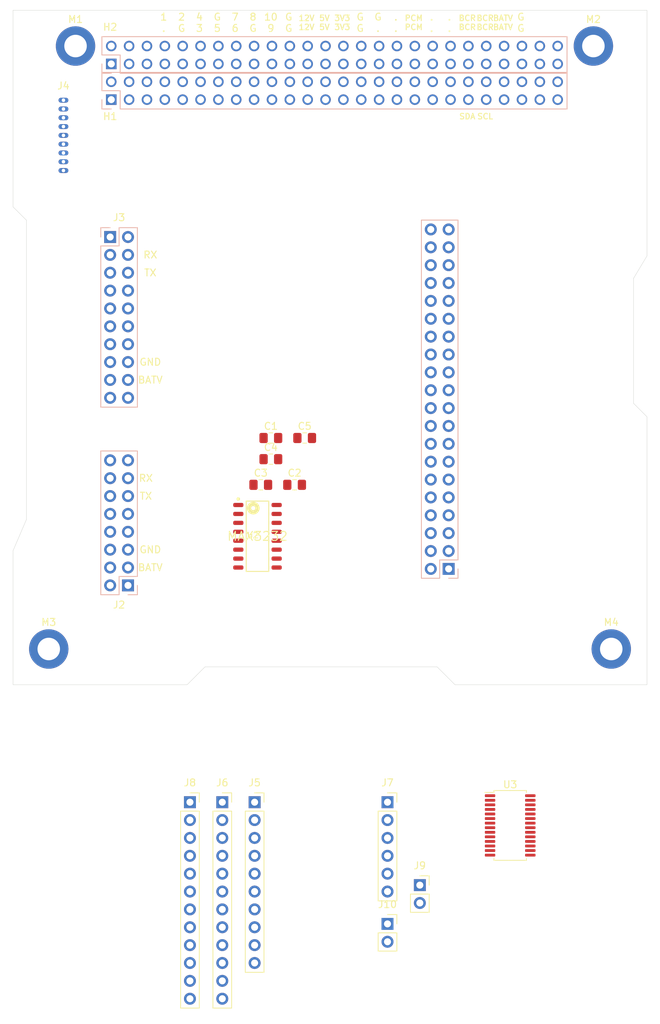
<source format=kicad_pcb>
(kicad_pcb (version 20171130) (host pcbnew "(5.1.10)-1")

  (general
    (thickness 1.6)
    (drawings 47)
    (tracks 0)
    (zones 0)
    (modules 23)
    (nets 29)
  )

  (page A4)
  (layers
    (0 F.Cu signal)
    (31 B.Cu signal)
    (32 B.Adhes user)
    (33 F.Adhes user)
    (34 B.Paste user)
    (35 F.Paste user)
    (36 B.SilkS user)
    (37 F.SilkS user)
    (38 B.Mask user)
    (39 F.Mask user)
    (40 Dwgs.User user)
    (41 Cmts.User user)
    (42 Eco1.User user)
    (43 Eco2.User user)
    (44 Edge.Cuts user)
    (45 Margin user)
    (46 B.CrtYd user)
    (47 F.CrtYd user)
    (48 B.Fab user)
    (49 F.Fab user)
  )

  (setup
    (last_trace_width 0.25)
    (trace_clearance 0.2)
    (zone_clearance 0.508)
    (zone_45_only no)
    (trace_min 0.2)
    (via_size 0.8)
    (via_drill 0.4)
    (via_min_size 0.4)
    (via_min_drill 0.3)
    (uvia_size 0.3)
    (uvia_drill 0.1)
    (uvias_allowed no)
    (uvia_min_size 0.2)
    (uvia_min_drill 0.1)
    (edge_width 0.05)
    (segment_width 0.2)
    (pcb_text_width 0.3)
    (pcb_text_size 1.5 1.5)
    (mod_edge_width 0.12)
    (mod_text_size 1 1)
    (mod_text_width 0.15)
    (pad_size 1.524 1.524)
    (pad_drill 0.762)
    (pad_to_mask_clearance 0)
    (aux_axis_origin 0 0)
    (visible_elements 7FFFFFFF)
    (pcbplotparams
      (layerselection 0x010fc_ffffffff)
      (usegerberextensions false)
      (usegerberattributes true)
      (usegerberadvancedattributes true)
      (creategerberjobfile true)
      (excludeedgelayer true)
      (linewidth 0.100000)
      (plotframeref false)
      (viasonmask false)
      (mode 1)
      (useauxorigin false)
      (hpglpennumber 1)
      (hpglpenspeed 20)
      (hpglpendiameter 15.000000)
      (psnegative false)
      (psa4output false)
      (plotreference true)
      (plotvalue true)
      (plotinvisibletext false)
      (padsonsilk false)
      (subtractmaskfromsilk false)
      (outputformat 1)
      (mirror false)
      (drillshape 1)
      (scaleselection 1)
      (outputdirectory ""))
  )

  (net 0 "")
  (net 1 "Net-(C1-Pad2)")
  (net 2 "Net-(C1-Pad1)")
  (net 3 "Net-(C2-Pad2)")
  (net 4 "Net-(C2-Pad1)")
  (net 5 "Net-(C3-Pad2)")
  (net 6 GND)
  (net 7 "Net-(C4-Pad2)")
  (net 8 /SW8)
  (net 9 /EPSSCL)
  (net 10 /EPSSDA)
  (net 11 VBUS)
  (net 12 /BCR_OUT)
  (net 13 /PCM_IN)
  (net 14 +3V3)
  (net 15 +5V)
  (net 16 +12V)
  (net 17 /SW7)
  (net 18 /SW6)
  (net 19 /SW4)
  (net 20 /SW3)
  (net 21 /R1OUT)
  (net 22 /T1IN)
  (net 23 /R1IN)
  (net 24 /T1OUT)
  (net 25 /APRSTX)
  (net 26 /APRSRX)
  (net 27 /D-)
  (net 28 /D+)

  (net_class Default "This is the default net class."
    (clearance 0.2)
    (trace_width 0.25)
    (via_dia 0.8)
    (via_drill 0.4)
    (uvia_dia 0.3)
    (uvia_drill 0.1)
    (add_net +12V)
    (add_net +3V3)
    (add_net +5V)
    (add_net /APRSRX)
    (add_net /APRSTX)
    (add_net /BCR_OUT)
    (add_net /D+)
    (add_net /D-)
    (add_net /EPSSCL)
    (add_net /EPSSDA)
    (add_net /PCM_IN)
    (add_net /R1IN)
    (add_net /R1OUT)
    (add_net /SW3)
    (add_net /SW4)
    (add_net /SW6)
    (add_net /SW7)
    (add_net /SW8)
    (add_net /T1IN)
    (add_net /T1OUT)
    (add_net GND)
    (add_net "Net-(C1-Pad1)")
    (add_net "Net-(C1-Pad2)")
    (add_net "Net-(C2-Pad1)")
    (add_net "Net-(C2-Pad2)")
    (add_net "Net-(C3-Pad2)")
    (add_net "Net-(C4-Pad2)")
    (add_net VBUS)
  )

  (module Package_SO:TSSOP-28_4.4x9.7mm_P0.65mm (layer F.Cu) (tedit 5E476F32) (tstamp 615F6687)
    (at 177.55 168.745)
    (descr "TSSOP, 28 Pin (JEDEC MO-153 Var AE https://www.jedec.org/document_search?search_api_views_fulltext=MO-153), generated with kicad-footprint-generator ipc_gullwing_generator.py")
    (tags "TSSOP SO")
    (path /615DC7E1)
    (attr smd)
    (fp_text reference U3 (at 0 -5.8) (layer F.SilkS)
      (effects (font (size 1 1) (thickness 0.15)))
    )
    (fp_text value SC16IS752IPW (at 0 5.8) (layer F.Fab)
      (effects (font (size 1 1) (thickness 0.15)))
    )
    (fp_line (start 3.85 -5.1) (end -3.85 -5.1) (layer F.CrtYd) (width 0.05))
    (fp_line (start 3.85 5.1) (end 3.85 -5.1) (layer F.CrtYd) (width 0.05))
    (fp_line (start -3.85 5.1) (end 3.85 5.1) (layer F.CrtYd) (width 0.05))
    (fp_line (start -3.85 -5.1) (end -3.85 5.1) (layer F.CrtYd) (width 0.05))
    (fp_line (start -2.2 -3.85) (end -1.2 -4.85) (layer F.Fab) (width 0.1))
    (fp_line (start -2.2 4.85) (end -2.2 -3.85) (layer F.Fab) (width 0.1))
    (fp_line (start 2.2 4.85) (end -2.2 4.85) (layer F.Fab) (width 0.1))
    (fp_line (start 2.2 -4.85) (end 2.2 4.85) (layer F.Fab) (width 0.1))
    (fp_line (start -1.2 -4.85) (end 2.2 -4.85) (layer F.Fab) (width 0.1))
    (fp_line (start -2.31 -4.685) (end -3.6 -4.685) (layer F.SilkS) (width 0.12))
    (fp_line (start -2.31 -4.96) (end -2.31 -4.685) (layer F.SilkS) (width 0.12))
    (fp_line (start 0 -4.96) (end -2.31 -4.96) (layer F.SilkS) (width 0.12))
    (fp_line (start 2.31 -4.96) (end 2.31 -4.685) (layer F.SilkS) (width 0.12))
    (fp_line (start 0 -4.96) (end 2.31 -4.96) (layer F.SilkS) (width 0.12))
    (fp_line (start -2.31 4.96) (end -2.31 4.685) (layer F.SilkS) (width 0.12))
    (fp_line (start 0 4.96) (end -2.31 4.96) (layer F.SilkS) (width 0.12))
    (fp_line (start 2.31 4.96) (end 2.31 4.685) (layer F.SilkS) (width 0.12))
    (fp_line (start 0 4.96) (end 2.31 4.96) (layer F.SilkS) (width 0.12))
    (fp_text user %R (at 0 0) (layer F.Fab)
      (effects (font (size 1 1) (thickness 0.15)))
    )
    (pad 28 smd roundrect (at 2.8625 -4.225) (size 1.475 0.4) (layers F.Cu F.Paste F.Mask) (roundrect_rratio 0.25))
    (pad 27 smd roundrect (at 2.8625 -3.575) (size 1.475 0.4) (layers F.Cu F.Paste F.Mask) (roundrect_rratio 0.25))
    (pad 26 smd roundrect (at 2.8625 -2.925) (size 1.475 0.4) (layers F.Cu F.Paste F.Mask) (roundrect_rratio 0.25))
    (pad 25 smd roundrect (at 2.8625 -2.275) (size 1.475 0.4) (layers F.Cu F.Paste F.Mask) (roundrect_rratio 0.25))
    (pad 24 smd roundrect (at 2.8625 -1.625) (size 1.475 0.4) (layers F.Cu F.Paste F.Mask) (roundrect_rratio 0.25))
    (pad 23 smd roundrect (at 2.8625 -0.975) (size 1.475 0.4) (layers F.Cu F.Paste F.Mask) (roundrect_rratio 0.25))
    (pad 22 smd roundrect (at 2.8625 -0.325) (size 1.475 0.4) (layers F.Cu F.Paste F.Mask) (roundrect_rratio 0.25))
    (pad 21 smd roundrect (at 2.8625 0.325) (size 1.475 0.4) (layers F.Cu F.Paste F.Mask) (roundrect_rratio 0.25))
    (pad 20 smd roundrect (at 2.8625 0.975) (size 1.475 0.4) (layers F.Cu F.Paste F.Mask) (roundrect_rratio 0.25))
    (pad 19 smd roundrect (at 2.8625 1.625) (size 1.475 0.4) (layers F.Cu F.Paste F.Mask) (roundrect_rratio 0.25))
    (pad 18 smd roundrect (at 2.8625 2.275) (size 1.475 0.4) (layers F.Cu F.Paste F.Mask) (roundrect_rratio 0.25))
    (pad 17 smd roundrect (at 2.8625 2.925) (size 1.475 0.4) (layers F.Cu F.Paste F.Mask) (roundrect_rratio 0.25))
    (pad 16 smd roundrect (at 2.8625 3.575) (size 1.475 0.4) (layers F.Cu F.Paste F.Mask) (roundrect_rratio 0.25))
    (pad 15 smd roundrect (at 2.8625 4.225) (size 1.475 0.4) (layers F.Cu F.Paste F.Mask) (roundrect_rratio 0.25))
    (pad 14 smd roundrect (at -2.8625 4.225) (size 1.475 0.4) (layers F.Cu F.Paste F.Mask) (roundrect_rratio 0.25))
    (pad 13 smd roundrect (at -2.8625 3.575) (size 1.475 0.4) (layers F.Cu F.Paste F.Mask) (roundrect_rratio 0.25))
    (pad 12 smd roundrect (at -2.8625 2.925) (size 1.475 0.4) (layers F.Cu F.Paste F.Mask) (roundrect_rratio 0.25))
    (pad 11 smd roundrect (at -2.8625 2.275) (size 1.475 0.4) (layers F.Cu F.Paste F.Mask) (roundrect_rratio 0.25))
    (pad 10 smd roundrect (at -2.8625 1.625) (size 1.475 0.4) (layers F.Cu F.Paste F.Mask) (roundrect_rratio 0.25))
    (pad 9 smd roundrect (at -2.8625 0.975) (size 1.475 0.4) (layers F.Cu F.Paste F.Mask) (roundrect_rratio 0.25))
    (pad 8 smd roundrect (at -2.8625 0.325) (size 1.475 0.4) (layers F.Cu F.Paste F.Mask) (roundrect_rratio 0.25))
    (pad 7 smd roundrect (at -2.8625 -0.325) (size 1.475 0.4) (layers F.Cu F.Paste F.Mask) (roundrect_rratio 0.25))
    (pad 6 smd roundrect (at -2.8625 -0.975) (size 1.475 0.4) (layers F.Cu F.Paste F.Mask) (roundrect_rratio 0.25))
    (pad 5 smd roundrect (at -2.8625 -1.625) (size 1.475 0.4) (layers F.Cu F.Paste F.Mask) (roundrect_rratio 0.25))
    (pad 4 smd roundrect (at -2.8625 -2.275) (size 1.475 0.4) (layers F.Cu F.Paste F.Mask) (roundrect_rratio 0.25))
    (pad 3 smd roundrect (at -2.8625 -2.925) (size 1.475 0.4) (layers F.Cu F.Paste F.Mask) (roundrect_rratio 0.25))
    (pad 2 smd roundrect (at -2.8625 -3.575) (size 1.475 0.4) (layers F.Cu F.Paste F.Mask) (roundrect_rratio 0.25))
    (pad 1 smd roundrect (at -2.8625 -4.225) (size 1.475 0.4) (layers F.Cu F.Paste F.Mask) (roundrect_rratio 0.25))
    (model ${KISYS3DMOD}/Package_SO.3dshapes/TSSOP-28_4.4x9.7mm_P0.65mm.wrl
      (at (xyz 0 0 0))
      (scale (xyz 1 1 1))
      (rotate (xyz 0 0 0))
    )
  )

  (module "REVERB Interface:Texas_Instruments-MAX3232ID" (layer F.Cu) (tedit 5EF163E4) (tstamp 615F6654)
    (at 141.605 127.635)
    (path /615C8750)
    (fp_text reference U2 (at -1.575001 -0.124999) (layer F.SilkS)
      (effects (font (size 0.800001 0.800001) (thickness 0.15)) (justify left))
    )
    (fp_text value MAX3232 (at 0 0) (layer F.SilkS)
      (effects (font (size 1.27 1.27) (thickness 0.15)))
    )
    (fp_line (start 3.625001 5.175) (end 3.625001 -5.175) (layer F.CrtYd) (width 0.15))
    (fp_line (start -3.624999 5.175) (end 3.625001 5.175) (layer F.CrtYd) (width 0.15))
    (fp_line (start -3.624999 -5.175) (end -3.624999 5.175) (layer F.CrtYd) (width 0.15))
    (fp_line (start 3.625001 -5.175) (end -3.624999 -5.175) (layer F.CrtYd) (width 0.15))
    (fp_line (start 3.625001 -5.175) (end 3.625001 -5.175) (layer F.CrtYd) (width 0.15))
    (fp_line (start -2.000001 5) (end -2.000001 -5) (layer F.Fab) (width 0.1))
    (fp_line (start 1.999999 5) (end 1.999999 -5) (layer F.Fab) (width 0.1))
    (fp_line (start -2.000001 -5) (end 1.999999 -5) (layer F.Fab) (width 0.1))
    (fp_line (start -2.000001 5) (end 1.999999 5) (layer F.Fab) (width 0.1))
    (fp_line (start -1.600002 5) (end -1.600002 -5) (layer F.SilkS) (width 0.15))
    (fp_line (start 1.599999 5) (end 1.599999 -5) (layer F.SilkS) (width 0.15))
    (fp_line (start -1.600002 -5) (end 1.599999 -5) (layer F.SilkS) (width 0.15))
    (fp_line (start -1.600002 5) (end 1.599999 5) (layer F.SilkS) (width 0.15))
    (fp_circle (center -1.1 -4.099999) (end -0.600001 -4.099999) (layer F.Fab) (width 0.1))
    (fp_circle (center -2.725001 -5.295001) (end -2.6 -5.295001) (layer F.SilkS) (width 0.249999))
    (fp_circle (center -0.600001 -4) (end -0.300002 -4) (layer F.SilkS) (width 0.599999))
    (pad 1 smd roundrect (at -2.725001 -4.445 270) (size 0.599999 1.45) (layers F.Cu F.Paste F.Mask) (roundrect_rratio 0.3399972333)
      (net 1 "Net-(C1-Pad2)"))
    (pad 2 smd roundrect (at -2.725001 -3.175 270) (size 0.599999 1.45) (layers F.Cu F.Paste F.Mask) (roundrect_rratio 0.3399972333)
      (net 5 "Net-(C3-Pad2)"))
    (pad 3 smd roundrect (at -2.725001 -1.905 270) (size 0.599999 1.45) (layers F.Cu F.Paste F.Mask) (roundrect_rratio 0.3399972333)
      (net 2 "Net-(C1-Pad1)"))
    (pad 4 smd roundrect (at -2.725001 -0.635 270) (size 0.599999 1.45) (layers F.Cu F.Paste F.Mask) (roundrect_rratio 0.3399972333)
      (net 4 "Net-(C2-Pad1)"))
    (pad 5 smd roundrect (at -2.725001 0.635 270) (size 0.599999 1.45) (layers F.Cu F.Paste F.Mask) (roundrect_rratio 0.3399972333)
      (net 3 "Net-(C2-Pad2)"))
    (pad 6 smd roundrect (at -2.725001 1.905 270) (size 0.599999 1.45) (layers F.Cu F.Paste F.Mask) (roundrect_rratio 0.3399972333)
      (net 7 "Net-(C4-Pad2)"))
    (pad 7 smd roundrect (at -2.725001 3.175 270) (size 0.599999 1.45) (layers F.Cu F.Paste F.Mask) (roundrect_rratio 0.3399972333))
    (pad 8 smd roundrect (at -2.725001 4.445 270) (size 0.599999 1.45) (layers F.Cu F.Paste F.Mask) (roundrect_rratio 0.3399972333))
    (pad 16 smd roundrect (at 2.724998 -4.445 270) (size 0.599999 1.45) (layers F.Cu F.Paste F.Mask) (roundrect_rratio 0.3399972333)
      (net 8 /SW8))
    (pad 15 smd roundrect (at 2.724998 -3.175 270) (size 0.599999 1.45) (layers F.Cu F.Paste F.Mask) (roundrect_rratio 0.3399972333)
      (net 6 GND))
    (pad 14 smd roundrect (at 2.724998 -1.905 270) (size 0.599999 1.45) (layers F.Cu F.Paste F.Mask) (roundrect_rratio 0.3399972333)
      (net 24 /T1OUT))
    (pad 13 smd roundrect (at 2.724998 -0.635 270) (size 0.599999 1.45) (layers F.Cu F.Paste F.Mask) (roundrect_rratio 0.3399972333)
      (net 23 /R1IN))
    (pad 12 smd roundrect (at 2.724998 0.635 270) (size 0.599999 1.45) (layers F.Cu F.Paste F.Mask) (roundrect_rratio 0.3399972333)
      (net 21 /R1OUT))
    (pad 11 smd roundrect (at 2.724998 1.905 270) (size 0.599999 1.45) (layers F.Cu F.Paste F.Mask) (roundrect_rratio 0.3399972333)
      (net 22 /T1IN))
    (pad 10 smd roundrect (at 2.724998 3.175 270) (size 0.599999 1.45) (layers F.Cu F.Paste F.Mask) (roundrect_rratio 0.3399972333))
    (pad 9 smd roundrect (at 2.724998 4.445 270) (size 0.599999 1.45) (layers F.Cu F.Paste F.Mask) (roundrect_rratio 0.3399972333))
  )

  (module MountingHole:MountingHole_3.2mm_M3_DIN965_Pad_TopBottom (layer F.Cu) (tedit 56D1B4CB) (tstamp 615F6630)
    (at 191.926 143.664)
    (descr "Mounting Hole 3.2mm, M3, DIN965")
    (tags "mounting hole 3.2mm m3 din965")
    (path /615FEAC9)
    (attr virtual)
    (fp_text reference M4 (at 0 -3.8) (layer F.SilkS)
      (effects (font (size 1 1) (thickness 0.15)))
    )
    (fp_text value MountingHole_Pad (at 0 3.8) (layer F.Fab)
      (effects (font (size 1 1) (thickness 0.15)))
    )
    (fp_circle (center 0 0) (end 3.05 0) (layer F.CrtYd) (width 0.05))
    (fp_circle (center 0 0) (end 2.8 0) (layer Cmts.User) (width 0.15))
    (fp_text user %R (at 0.3 0) (layer F.Fab)
      (effects (font (size 1 1) (thickness 0.15)))
    )
    (pad 1 connect circle (at 0 0) (size 5.6 5.6) (layers B.Cu B.Mask)
      (net 6 GND))
    (pad 1 connect circle (at 0 0) (size 5.6 5.6) (layers F.Cu F.Mask)
      (net 6 GND))
    (pad 1 thru_hole circle (at 0 0) (size 3.6 3.6) (drill 3.2) (layers *.Cu *.Mask)
      (net 6 GND))
  )

  (module MountingHole:MountingHole_3.2mm_M3_DIN965_Pad_TopBottom (layer F.Cu) (tedit 56D1B4CB) (tstamp 615F6626)
    (at 111.916 143.664)
    (descr "Mounting Hole 3.2mm, M3, DIN965")
    (tags "mounting hole 3.2mm m3 din965")
    (path /615FD785)
    (attr virtual)
    (fp_text reference M3 (at 0 -3.8) (layer F.SilkS)
      (effects (font (size 1 1) (thickness 0.15)))
    )
    (fp_text value MountingHole_Pad (at 0 3.8) (layer F.Fab)
      (effects (font (size 1 1) (thickness 0.15)))
    )
    (fp_circle (center 0 0) (end 3.05 0) (layer F.CrtYd) (width 0.05))
    (fp_circle (center 0 0) (end 2.8 0) (layer Cmts.User) (width 0.15))
    (fp_text user %R (at 0.3 0) (layer F.Fab)
      (effects (font (size 1 1) (thickness 0.15)))
    )
    (pad 1 connect circle (at 0 0) (size 5.6 5.6) (layers B.Cu B.Mask)
      (net 6 GND))
    (pad 1 connect circle (at 0 0) (size 5.6 5.6) (layers F.Cu F.Mask)
      (net 6 GND))
    (pad 1 thru_hole circle (at 0 0) (size 3.6 3.6) (drill 3.2) (layers *.Cu *.Mask)
      (net 6 GND))
  )

  (module MountingHole:MountingHole_3.2mm_M3_DIN965_Pad_TopBottom (layer F.Cu) (tedit 56D1B4CB) (tstamp 615F661C)
    (at 189.386 57.939)
    (descr "Mounting Hole 3.2mm, M3, DIN965")
    (tags "mounting hole 3.2mm m3 din965")
    (path /615FDFBF)
    (attr virtual)
    (fp_text reference M2 (at 0 -3.8) (layer F.SilkS)
      (effects (font (size 1 1) (thickness 0.15)))
    )
    (fp_text value MountingHole_Pad (at 0 3.8) (layer F.Fab)
      (effects (font (size 1 1) (thickness 0.15)))
    )
    (fp_circle (center 0 0) (end 3.05 0) (layer F.CrtYd) (width 0.05))
    (fp_circle (center 0 0) (end 2.8 0) (layer Cmts.User) (width 0.15))
    (fp_text user %R (at 0.3 0) (layer F.Fab)
      (effects (font (size 1 1) (thickness 0.15)))
    )
    (pad 1 connect circle (at 0 0) (size 5.6 5.6) (layers B.Cu B.Mask)
      (net 6 GND))
    (pad 1 connect circle (at 0 0) (size 5.6 5.6) (layers F.Cu F.Mask)
      (net 6 GND))
    (pad 1 thru_hole circle (at 0 0) (size 3.6 3.6) (drill 3.2) (layers *.Cu *.Mask)
      (net 6 GND))
  )

  (module MountingHole:MountingHole_3.2mm_M3_DIN965_Pad_TopBottom (layer F.Cu) (tedit 56D1B4CB) (tstamp 615F6612)
    (at 115.726 57.939)
    (descr "Mounting Hole 3.2mm, M3, DIN965")
    (tags "mounting hole 3.2mm m3 din965")
    (path /615FC76F)
    (attr virtual)
    (fp_text reference M1 (at 0 -3.8) (layer F.SilkS)
      (effects (font (size 1 1) (thickness 0.15)))
    )
    (fp_text value MountingHole_Pad (at 0 3.8) (layer F.Fab)
      (effects (font (size 1 1) (thickness 0.15)))
    )
    (fp_circle (center 0 0) (end 3.05 0) (layer F.CrtYd) (width 0.05))
    (fp_circle (center 0 0) (end 2.8 0) (layer Cmts.User) (width 0.15))
    (fp_text user %R (at 0.3 0) (layer F.Fab)
      (effects (font (size 1 1) (thickness 0.15)))
    )
    (pad 1 connect circle (at 0 0) (size 5.6 5.6) (layers B.Cu B.Mask)
      (net 6 GND))
    (pad 1 connect circle (at 0 0) (size 5.6 5.6) (layers F.Cu F.Mask)
      (net 6 GND))
    (pad 1 thru_hole circle (at 0 0) (size 3.6 3.6) (drill 3.2) (layers *.Cu *.Mask)
      (net 6 GND))
  )

  (module Connector_PinSocket_2.54mm:PinSocket_1x02_P2.54mm_Vertical (layer F.Cu) (tedit 5A19A420) (tstamp 615F6608)
    (at 160.1 182.745)
    (descr "Through hole straight socket strip, 1x02, 2.54mm pitch, single row (from Kicad 4.0.7), script generated")
    (tags "Through hole socket strip THT 1x02 2.54mm single row")
    (path /615C5D8E)
    (fp_text reference J10 (at 0 -2.77) (layer F.SilkS)
      (effects (font (size 1 1) (thickness 0.15)))
    )
    (fp_text value USB (at 0 5.31) (layer F.Fab)
      (effects (font (size 1 1) (thickness 0.15)))
    )
    (fp_line (start -1.8 4.3) (end -1.8 -1.8) (layer F.CrtYd) (width 0.05))
    (fp_line (start 1.75 4.3) (end -1.8 4.3) (layer F.CrtYd) (width 0.05))
    (fp_line (start 1.75 -1.8) (end 1.75 4.3) (layer F.CrtYd) (width 0.05))
    (fp_line (start -1.8 -1.8) (end 1.75 -1.8) (layer F.CrtYd) (width 0.05))
    (fp_line (start 0 -1.33) (end 1.33 -1.33) (layer F.SilkS) (width 0.12))
    (fp_line (start 1.33 -1.33) (end 1.33 0) (layer F.SilkS) (width 0.12))
    (fp_line (start 1.33 1.27) (end 1.33 3.87) (layer F.SilkS) (width 0.12))
    (fp_line (start -1.33 3.87) (end 1.33 3.87) (layer F.SilkS) (width 0.12))
    (fp_line (start -1.33 1.27) (end -1.33 3.87) (layer F.SilkS) (width 0.12))
    (fp_line (start -1.33 1.27) (end 1.33 1.27) (layer F.SilkS) (width 0.12))
    (fp_line (start -1.27 3.81) (end -1.27 -1.27) (layer F.Fab) (width 0.1))
    (fp_line (start 1.27 3.81) (end -1.27 3.81) (layer F.Fab) (width 0.1))
    (fp_line (start 1.27 -0.635) (end 1.27 3.81) (layer F.Fab) (width 0.1))
    (fp_line (start 0.635 -1.27) (end 1.27 -0.635) (layer F.Fab) (width 0.1))
    (fp_line (start -1.27 -1.27) (end 0.635 -1.27) (layer F.Fab) (width 0.1))
    (fp_text user %R (at 0 1.27 90) (layer F.Fab)
      (effects (font (size 1 1) (thickness 0.15)))
    )
    (pad 2 thru_hole oval (at 0 2.54) (size 1.7 1.7) (drill 1) (layers *.Cu *.Mask)
      (net 27 /D-))
    (pad 1 thru_hole rect (at 0 0) (size 1.7 1.7) (drill 1) (layers *.Cu *.Mask)
      (net 28 /D+))
    (model ${KISYS3DMOD}/Connector_PinSocket_2.54mm.3dshapes/PinSocket_1x02_P2.54mm_Vertical.wrl
      (at (xyz 0 0 0))
      (scale (xyz 1 1 1))
      (rotate (xyz 0 0 0))
    )
  )

  (module Connector_PinSocket_2.54mm:PinSocket_1x02_P2.54mm_Vertical (layer F.Cu) (tedit 5A19A420) (tstamp 615F65F2)
    (at 164.7 177.235)
    (descr "Through hole straight socket strip, 1x02, 2.54mm pitch, single row (from Kicad 4.0.7), script generated")
    (tags "Through hole socket strip THT 1x02 2.54mm single row")
    (path /615E4914)
    (fp_text reference J9 (at 0 -2.77) (layer F.SilkS)
      (effects (font (size 1 1) (thickness 0.15)))
    )
    (fp_text value USB (at 0 5.31) (layer F.Fab)
      (effects (font (size 1 1) (thickness 0.15)))
    )
    (fp_line (start -1.8 4.3) (end -1.8 -1.8) (layer F.CrtYd) (width 0.05))
    (fp_line (start 1.75 4.3) (end -1.8 4.3) (layer F.CrtYd) (width 0.05))
    (fp_line (start 1.75 -1.8) (end 1.75 4.3) (layer F.CrtYd) (width 0.05))
    (fp_line (start -1.8 -1.8) (end 1.75 -1.8) (layer F.CrtYd) (width 0.05))
    (fp_line (start 0 -1.33) (end 1.33 -1.33) (layer F.SilkS) (width 0.12))
    (fp_line (start 1.33 -1.33) (end 1.33 0) (layer F.SilkS) (width 0.12))
    (fp_line (start 1.33 1.27) (end 1.33 3.87) (layer F.SilkS) (width 0.12))
    (fp_line (start -1.33 3.87) (end 1.33 3.87) (layer F.SilkS) (width 0.12))
    (fp_line (start -1.33 1.27) (end -1.33 3.87) (layer F.SilkS) (width 0.12))
    (fp_line (start -1.33 1.27) (end 1.33 1.27) (layer F.SilkS) (width 0.12))
    (fp_line (start -1.27 3.81) (end -1.27 -1.27) (layer F.Fab) (width 0.1))
    (fp_line (start 1.27 3.81) (end -1.27 3.81) (layer F.Fab) (width 0.1))
    (fp_line (start 1.27 -0.635) (end 1.27 3.81) (layer F.Fab) (width 0.1))
    (fp_line (start 0.635 -1.27) (end 1.27 -0.635) (layer F.Fab) (width 0.1))
    (fp_line (start -1.27 -1.27) (end 0.635 -1.27) (layer F.Fab) (width 0.1))
    (fp_text user %R (at 0 1.27 90) (layer F.Fab)
      (effects (font (size 1 1) (thickness 0.15)))
    )
    (pad 2 thru_hole oval (at 0 2.54) (size 1.7 1.7) (drill 1) (layers *.Cu *.Mask)
      (net 27 /D-))
    (pad 1 thru_hole rect (at 0 0) (size 1.7 1.7) (drill 1) (layers *.Cu *.Mask)
      (net 28 /D+))
    (model ${KISYS3DMOD}/Connector_PinSocket_2.54mm.3dshapes/PinSocket_1x02_P2.54mm_Vertical.wrl
      (at (xyz 0 0 0))
      (scale (xyz 1 1 1))
      (rotate (xyz 0 0 0))
    )
  )

  (module Connector_PinSocket_2.54mm:PinSocket_1x12_P2.54mm_Vertical (layer F.Cu) (tedit 5A19A41D) (tstamp 615F65DC)
    (at 132 165.445)
    (descr "Through hole straight socket strip, 1x12, 2.54mm pitch, single row (from Kicad 4.0.7), script generated")
    (tags "Through hole socket strip THT 1x12 2.54mm single row")
    (path /615DA7A1)
    (fp_text reference J8 (at 0 -2.77) (layer F.SilkS)
      (effects (font (size 1 1) (thickness 0.15)))
    )
    (fp_text value USBSER1 (at 0 30.71) (layer F.Fab)
      (effects (font (size 1 1) (thickness 0.15)))
    )
    (fp_line (start -1.8 29.7) (end -1.8 -1.8) (layer F.CrtYd) (width 0.05))
    (fp_line (start 1.75 29.7) (end -1.8 29.7) (layer F.CrtYd) (width 0.05))
    (fp_line (start 1.75 -1.8) (end 1.75 29.7) (layer F.CrtYd) (width 0.05))
    (fp_line (start -1.8 -1.8) (end 1.75 -1.8) (layer F.CrtYd) (width 0.05))
    (fp_line (start 0 -1.33) (end 1.33 -1.33) (layer F.SilkS) (width 0.12))
    (fp_line (start 1.33 -1.33) (end 1.33 0) (layer F.SilkS) (width 0.12))
    (fp_line (start 1.33 1.27) (end 1.33 29.27) (layer F.SilkS) (width 0.12))
    (fp_line (start -1.33 29.27) (end 1.33 29.27) (layer F.SilkS) (width 0.12))
    (fp_line (start -1.33 1.27) (end -1.33 29.27) (layer F.SilkS) (width 0.12))
    (fp_line (start -1.33 1.27) (end 1.33 1.27) (layer F.SilkS) (width 0.12))
    (fp_line (start -1.27 29.21) (end -1.27 -1.27) (layer F.Fab) (width 0.1))
    (fp_line (start 1.27 29.21) (end -1.27 29.21) (layer F.Fab) (width 0.1))
    (fp_line (start 1.27 -0.635) (end 1.27 29.21) (layer F.Fab) (width 0.1))
    (fp_line (start 0.635 -1.27) (end 1.27 -0.635) (layer F.Fab) (width 0.1))
    (fp_line (start -1.27 -1.27) (end 0.635 -1.27) (layer F.Fab) (width 0.1))
    (fp_text user %R (at 0 13.97 90) (layer F.Fab)
      (effects (font (size 1 1) (thickness 0.15)))
    )
    (pad 12 thru_hole oval (at 0 27.94) (size 1.7 1.7) (drill 1) (layers *.Cu *.Mask))
    (pad 11 thru_hole oval (at 0 25.4) (size 1.7 1.7) (drill 1) (layers *.Cu *.Mask))
    (pad 10 thru_hole oval (at 0 22.86) (size 1.7 1.7) (drill 1) (layers *.Cu *.Mask))
    (pad 9 thru_hole oval (at 0 20.32) (size 1.7 1.7) (drill 1) (layers *.Cu *.Mask))
    (pad 8 thru_hole oval (at 0 17.78) (size 1.7 1.7) (drill 1) (layers *.Cu *.Mask))
    (pad 7 thru_hole oval (at 0 15.24) (size 1.7 1.7) (drill 1) (layers *.Cu *.Mask))
    (pad 6 thru_hole oval (at 0 12.7) (size 1.7 1.7) (drill 1) (layers *.Cu *.Mask))
    (pad 5 thru_hole oval (at 0 10.16) (size 1.7 1.7) (drill 1) (layers *.Cu *.Mask))
    (pad 4 thru_hole oval (at 0 7.62) (size 1.7 1.7) (drill 1) (layers *.Cu *.Mask))
    (pad 3 thru_hole oval (at 0 5.08) (size 1.7 1.7) (drill 1) (layers *.Cu *.Mask))
    (pad 2 thru_hole oval (at 0 2.54) (size 1.7 1.7) (drill 1) (layers *.Cu *.Mask))
    (pad 1 thru_hole rect (at 0 0) (size 1.7 1.7) (drill 1) (layers *.Cu *.Mask))
    (model ${KISYS3DMOD}/Connector_PinSocket_2.54mm.3dshapes/PinSocket_1x12_P2.54mm_Vertical.wrl
      (at (xyz 0 0 0))
      (scale (xyz 1 1 1))
      (rotate (xyz 0 0 0))
    )
  )

  (module Connector_PinSocket_2.54mm:PinSocket_1x06_P2.54mm_Vertical (layer F.Cu) (tedit 5A19A430) (tstamp 615F65BC)
    (at 160.1 165.445)
    (descr "Through hole straight socket strip, 1x06, 2.54mm pitch, single row (from Kicad 4.0.7), script generated")
    (tags "Through hole socket strip THT 1x06 2.54mm single row")
    (path /615DBA1F)
    (fp_text reference J7 (at 0 -2.77) (layer F.SilkS)
      (effects (font (size 1 1) (thickness 0.15)))
    )
    (fp_text value USBSER3 (at 0 15.47) (layer F.Fab)
      (effects (font (size 1 1) (thickness 0.15)))
    )
    (fp_line (start -1.8 14.45) (end -1.8 -1.8) (layer F.CrtYd) (width 0.05))
    (fp_line (start 1.75 14.45) (end -1.8 14.45) (layer F.CrtYd) (width 0.05))
    (fp_line (start 1.75 -1.8) (end 1.75 14.45) (layer F.CrtYd) (width 0.05))
    (fp_line (start -1.8 -1.8) (end 1.75 -1.8) (layer F.CrtYd) (width 0.05))
    (fp_line (start 0 -1.33) (end 1.33 -1.33) (layer F.SilkS) (width 0.12))
    (fp_line (start 1.33 -1.33) (end 1.33 0) (layer F.SilkS) (width 0.12))
    (fp_line (start 1.33 1.27) (end 1.33 14.03) (layer F.SilkS) (width 0.12))
    (fp_line (start -1.33 14.03) (end 1.33 14.03) (layer F.SilkS) (width 0.12))
    (fp_line (start -1.33 1.27) (end -1.33 14.03) (layer F.SilkS) (width 0.12))
    (fp_line (start -1.33 1.27) (end 1.33 1.27) (layer F.SilkS) (width 0.12))
    (fp_line (start -1.27 13.97) (end -1.27 -1.27) (layer F.Fab) (width 0.1))
    (fp_line (start 1.27 13.97) (end -1.27 13.97) (layer F.Fab) (width 0.1))
    (fp_line (start 1.27 -0.635) (end 1.27 13.97) (layer F.Fab) (width 0.1))
    (fp_line (start 0.635 -1.27) (end 1.27 -0.635) (layer F.Fab) (width 0.1))
    (fp_line (start -1.27 -1.27) (end 0.635 -1.27) (layer F.Fab) (width 0.1))
    (fp_text user %R (at 0 6.35 90) (layer F.Fab)
      (effects (font (size 1 1) (thickness 0.15)))
    )
    (pad 6 thru_hole oval (at 0 12.7) (size 1.7 1.7) (drill 1) (layers *.Cu *.Mask))
    (pad 5 thru_hole oval (at 0 10.16) (size 1.7 1.7) (drill 1) (layers *.Cu *.Mask))
    (pad 4 thru_hole oval (at 0 7.62) (size 1.7 1.7) (drill 1) (layers *.Cu *.Mask))
    (pad 3 thru_hole oval (at 0 5.08) (size 1.7 1.7) (drill 1) (layers *.Cu *.Mask))
    (pad 2 thru_hole oval (at 0 2.54) (size 1.7 1.7) (drill 1) (layers *.Cu *.Mask))
    (pad 1 thru_hole rect (at 0 0) (size 1.7 1.7) (drill 1) (layers *.Cu *.Mask))
    (model ${KISYS3DMOD}/Connector_PinSocket_2.54mm.3dshapes/PinSocket_1x06_P2.54mm_Vertical.wrl
      (at (xyz 0 0 0))
      (scale (xyz 1 1 1))
      (rotate (xyz 0 0 0))
    )
  )

  (module Connector_PinSocket_2.54mm:PinSocket_1x12_P2.54mm_Vertical (layer F.Cu) (tedit 5A19A41D) (tstamp 615F65A2)
    (at 136.6 165.445)
    (descr "Through hole straight socket strip, 1x12, 2.54mm pitch, single row (from Kicad 4.0.7), script generated")
    (tags "Through hole socket strip THT 1x12 2.54mm single row")
    (path /615D71F3)
    (fp_text reference J6 (at 0 -2.77) (layer F.SilkS)
      (effects (font (size 1 1) (thickness 0.15)))
    )
    (fp_text value USBSER2 (at 0 30.71) (layer F.Fab)
      (effects (font (size 1 1) (thickness 0.15)))
    )
    (fp_line (start -1.8 29.7) (end -1.8 -1.8) (layer F.CrtYd) (width 0.05))
    (fp_line (start 1.75 29.7) (end -1.8 29.7) (layer F.CrtYd) (width 0.05))
    (fp_line (start 1.75 -1.8) (end 1.75 29.7) (layer F.CrtYd) (width 0.05))
    (fp_line (start -1.8 -1.8) (end 1.75 -1.8) (layer F.CrtYd) (width 0.05))
    (fp_line (start 0 -1.33) (end 1.33 -1.33) (layer F.SilkS) (width 0.12))
    (fp_line (start 1.33 -1.33) (end 1.33 0) (layer F.SilkS) (width 0.12))
    (fp_line (start 1.33 1.27) (end 1.33 29.27) (layer F.SilkS) (width 0.12))
    (fp_line (start -1.33 29.27) (end 1.33 29.27) (layer F.SilkS) (width 0.12))
    (fp_line (start -1.33 1.27) (end -1.33 29.27) (layer F.SilkS) (width 0.12))
    (fp_line (start -1.33 1.27) (end 1.33 1.27) (layer F.SilkS) (width 0.12))
    (fp_line (start -1.27 29.21) (end -1.27 -1.27) (layer F.Fab) (width 0.1))
    (fp_line (start 1.27 29.21) (end -1.27 29.21) (layer F.Fab) (width 0.1))
    (fp_line (start 1.27 -0.635) (end 1.27 29.21) (layer F.Fab) (width 0.1))
    (fp_line (start 0.635 -1.27) (end 1.27 -0.635) (layer F.Fab) (width 0.1))
    (fp_line (start -1.27 -1.27) (end 0.635 -1.27) (layer F.Fab) (width 0.1))
    (fp_text user %R (at 0 13.97 90) (layer F.Fab)
      (effects (font (size 1 1) (thickness 0.15)))
    )
    (pad 12 thru_hole oval (at 0 27.94) (size 1.7 1.7) (drill 1) (layers *.Cu *.Mask)
      (net 17 /SW7))
    (pad 11 thru_hole oval (at 0 25.4) (size 1.7 1.7) (drill 1) (layers *.Cu *.Mask))
    (pad 10 thru_hole oval (at 0 22.86) (size 1.7 1.7) (drill 1) (layers *.Cu *.Mask))
    (pad 9 thru_hole oval (at 0 20.32) (size 1.7 1.7) (drill 1) (layers *.Cu *.Mask)
      (net 6 GND))
    (pad 8 thru_hole oval (at 0 17.78) (size 1.7 1.7) (drill 1) (layers *.Cu *.Mask)
      (net 25 /APRSTX))
    (pad 7 thru_hole oval (at 0 15.24) (size 1.7 1.7) (drill 1) (layers *.Cu *.Mask)
      (net 26 /APRSRX))
    (pad 6 thru_hole oval (at 0 12.7) (size 1.7 1.7) (drill 1) (layers *.Cu *.Mask))
    (pad 5 thru_hole oval (at 0 10.16) (size 1.7 1.7) (drill 1) (layers *.Cu *.Mask))
    (pad 4 thru_hole oval (at 0 7.62) (size 1.7 1.7) (drill 1) (layers *.Cu *.Mask))
    (pad 3 thru_hole oval (at 0 5.08) (size 1.7 1.7) (drill 1) (layers *.Cu *.Mask))
    (pad 2 thru_hole oval (at 0 2.54) (size 1.7 1.7) (drill 1) (layers *.Cu *.Mask))
    (pad 1 thru_hole rect (at 0 0) (size 1.7 1.7) (drill 1) (layers *.Cu *.Mask))
    (model ${KISYS3DMOD}/Connector_PinSocket_2.54mm.3dshapes/PinSocket_1x12_P2.54mm_Vertical.wrl
      (at (xyz 0 0 0))
      (scale (xyz 1 1 1))
      (rotate (xyz 0 0 0))
    )
  )

  (module Connector_PinSocket_2.54mm:PinSocket_1x10_P2.54mm_Vertical (layer F.Cu) (tedit 5A19A425) (tstamp 615F6582)
    (at 141.2 165.445)
    (descr "Through hole straight socket strip, 1x10, 2.54mm pitch, single row (from Kicad 4.0.7), script generated")
    (tags "Through hole socket strip THT 1x10 2.54mm single row")
    (path /615C6FC5)
    (fp_text reference J5 (at 0 -2.77) (layer F.SilkS)
      (effects (font (size 1 1) (thickness 0.15)))
    )
    (fp_text value MAX3232BOB (at 0 25.63) (layer F.Fab)
      (effects (font (size 1 1) (thickness 0.15)))
    )
    (fp_line (start -1.8 24.6) (end -1.8 -1.8) (layer F.CrtYd) (width 0.05))
    (fp_line (start 1.75 24.6) (end -1.8 24.6) (layer F.CrtYd) (width 0.05))
    (fp_line (start 1.75 -1.8) (end 1.75 24.6) (layer F.CrtYd) (width 0.05))
    (fp_line (start -1.8 -1.8) (end 1.75 -1.8) (layer F.CrtYd) (width 0.05))
    (fp_line (start 0 -1.33) (end 1.33 -1.33) (layer F.SilkS) (width 0.12))
    (fp_line (start 1.33 -1.33) (end 1.33 0) (layer F.SilkS) (width 0.12))
    (fp_line (start 1.33 1.27) (end 1.33 24.19) (layer F.SilkS) (width 0.12))
    (fp_line (start -1.33 24.19) (end 1.33 24.19) (layer F.SilkS) (width 0.12))
    (fp_line (start -1.33 1.27) (end -1.33 24.19) (layer F.SilkS) (width 0.12))
    (fp_line (start -1.33 1.27) (end 1.33 1.27) (layer F.SilkS) (width 0.12))
    (fp_line (start -1.27 24.13) (end -1.27 -1.27) (layer F.Fab) (width 0.1))
    (fp_line (start 1.27 24.13) (end -1.27 24.13) (layer F.Fab) (width 0.1))
    (fp_line (start 1.27 -0.635) (end 1.27 24.13) (layer F.Fab) (width 0.1))
    (fp_line (start 0.635 -1.27) (end 1.27 -0.635) (layer F.Fab) (width 0.1))
    (fp_line (start -1.27 -1.27) (end 0.635 -1.27) (layer F.Fab) (width 0.1))
    (fp_text user %R (at 0 11.43 90) (layer F.Fab)
      (effects (font (size 1 1) (thickness 0.15)))
    )
    (pad 10 thru_hole oval (at 0 22.86) (size 1.7 1.7) (drill 1) (layers *.Cu *.Mask))
    (pad 9 thru_hole oval (at 0 20.32) (size 1.7 1.7) (drill 1) (layers *.Cu *.Mask)
      (net 21 /R1OUT))
    (pad 8 thru_hole oval (at 0 17.78) (size 1.7 1.7) (drill 1) (layers *.Cu *.Mask))
    (pad 7 thru_hole oval (at 0 15.24) (size 1.7 1.7) (drill 1) (layers *.Cu *.Mask)
      (net 22 /T1IN))
    (pad 6 thru_hole oval (at 0 12.7) (size 1.7 1.7) (drill 1) (layers *.Cu *.Mask)
      (net 6 GND))
    (pad 5 thru_hole oval (at 0 10.16) (size 1.7 1.7) (drill 1) (layers *.Cu *.Mask))
    (pad 4 thru_hole oval (at 0 7.62) (size 1.7 1.7) (drill 1) (layers *.Cu *.Mask))
    (pad 3 thru_hole oval (at 0 5.08) (size 1.7 1.7) (drill 1) (layers *.Cu *.Mask)
      (net 23 /R1IN))
    (pad 2 thru_hole oval (at 0 2.54) (size 1.7 1.7) (drill 1) (layers *.Cu *.Mask))
    (pad 1 thru_hole rect (at 0 0) (size 1.7 1.7) (drill 1) (layers *.Cu *.Mask)
      (net 24 /T1OUT))
    (model ${KISYS3DMOD}/Connector_PinSocket_2.54mm.3dshapes/PinSocket_1x10_P2.54mm_Vertical.wrl
      (at (xyz 0 0 0))
      (scale (xyz 1 1 1))
      (rotate (xyz 0 0 0))
    )
  )

  (module "REVERB Interface:1.25mmPitchHeader" (layer F.Cu) (tedit 615EF623) (tstamp 615F6564)
    (at 114.006 65.639)
    (path /615C48DD)
    (fp_text reference J4 (at 0 -2.04) (layer F.SilkS)
      (effects (font (size 1 1) (thickness 0.15)))
    )
    (fp_text value Antenna (at 0 -3.04) (layer F.Fab)
      (effects (font (size 1 1) (thickness 0.15)))
    )
    (pad 9 thru_hole oval (at 0 10) (size 1.4 0.7) (drill 0.5) (layers *.Cu *.Mask)
      (net 6 GND))
    (pad 8 thru_hole oval (at 0 8.75) (size 1.4 0.7) (drill 0.5) (layers *.Cu *.Mask)
      (net 9 /EPSSCL))
    (pad 7 thru_hole oval (at 0 7.5) (size 1.4 0.7) (drill 0.5) (layers *.Cu *.Mask)
      (net 9 /EPSSCL))
    (pad 6 thru_hole oval (at 0 6.25) (size 1.4 0.7) (drill 0.5) (layers *.Cu *.Mask)
      (net 18 /SW6))
    (pad 5 thru_hole oval (at 0 5) (size 1.4 0.7) (drill 0.5) (layers *.Cu *.Mask)
      (net 6 GND))
    (pad 4 thru_hole oval (at 0 3.75) (size 1.4 0.7) (drill 0.5) (layers *.Cu *.Mask)
      (net 10 /EPSSDA))
    (pad 3 thru_hole oval (at 0 2.5) (size 1.4 0.7) (drill 0.5) (layers *.Cu *.Mask)
      (net 6 GND))
    (pad 2 thru_hole oval (at 0 1.25) (size 1.4 0.7) (drill 0.5) (layers *.Cu *.Mask)
      (net 10 /EPSSDA))
    (pad 1 thru_hole oval (at 0 0) (size 1.4 0.7) (drill 0.5) (layers *.Cu *.Mask)
      (net 18 /SW6))
  )

  (module Connector_PinSocket_2.54mm:PinSocket_2x10_P2.54mm_Vertical (layer B.Cu) (tedit 5A19A427) (tstamp 615F6557)
    (at 120.65 85.09 180)
    (descr "Through hole straight socket strip, 2x10, 2.54mm pitch, double cols (from Kicad 4.0.7), script generated")
    (tags "Through hole socket strip THT 2x10 2.54mm double row")
    (path /615C1024)
    (fp_text reference J3 (at -1.27 2.77) (layer F.SilkS)
      (effects (font (size 1 1) (thickness 0.15)))
    )
    (fp_text value APRS (at -1.27 -25.63) (layer B.Fab)
      (effects (font (size 1 1) (thickness 0.15)) (justify mirror))
    )
    (fp_line (start -4.34 -24.6) (end -4.34 1.8) (layer B.CrtYd) (width 0.05))
    (fp_line (start 1.76 -24.6) (end -4.34 -24.6) (layer B.CrtYd) (width 0.05))
    (fp_line (start 1.76 1.8) (end 1.76 -24.6) (layer B.CrtYd) (width 0.05))
    (fp_line (start -4.34 1.8) (end 1.76 1.8) (layer B.CrtYd) (width 0.05))
    (fp_line (start 0 1.33) (end 1.33 1.33) (layer B.SilkS) (width 0.12))
    (fp_line (start 1.33 1.33) (end 1.33 0) (layer B.SilkS) (width 0.12))
    (fp_line (start -1.27 1.33) (end -1.27 -1.27) (layer B.SilkS) (width 0.12))
    (fp_line (start -1.27 -1.27) (end 1.33 -1.27) (layer B.SilkS) (width 0.12))
    (fp_line (start 1.33 -1.27) (end 1.33 -24.19) (layer B.SilkS) (width 0.12))
    (fp_line (start -3.87 -24.19) (end 1.33 -24.19) (layer B.SilkS) (width 0.12))
    (fp_line (start -3.87 1.33) (end -3.87 -24.19) (layer B.SilkS) (width 0.12))
    (fp_line (start -3.87 1.33) (end -1.27 1.33) (layer B.SilkS) (width 0.12))
    (fp_line (start -3.81 -24.13) (end -3.81 1.27) (layer B.Fab) (width 0.1))
    (fp_line (start 1.27 -24.13) (end -3.81 -24.13) (layer B.Fab) (width 0.1))
    (fp_line (start 1.27 0.27) (end 1.27 -24.13) (layer B.Fab) (width 0.1))
    (fp_line (start 0.27 1.27) (end 1.27 0.27) (layer B.Fab) (width 0.1))
    (fp_line (start -3.81 1.27) (end 0.27 1.27) (layer B.Fab) (width 0.1))
    (fp_text user %R (at -1.27 -11.43 270) (layer B.Fab)
      (effects (font (size 1 1) (thickness 0.15)) (justify mirror))
    )
    (pad 20 thru_hole oval (at -2.54 -22.86 180) (size 1.7 1.7) (drill 1) (layers *.Cu *.Mask))
    (pad 19 thru_hole oval (at 0 -22.86 180) (size 1.7 1.7) (drill 1) (layers *.Cu *.Mask))
    (pad 18 thru_hole oval (at -2.54 -20.32 180) (size 1.7 1.7) (drill 1) (layers *.Cu *.Mask)
      (net 19 /SW4))
    (pad 17 thru_hole oval (at 0 -20.32 180) (size 1.7 1.7) (drill 1) (layers *.Cu *.Mask))
    (pad 16 thru_hole oval (at -2.54 -17.78 180) (size 1.7 1.7) (drill 1) (layers *.Cu *.Mask)
      (net 6 GND))
    (pad 15 thru_hole oval (at 0 -17.78 180) (size 1.7 1.7) (drill 1) (layers *.Cu *.Mask))
    (pad 14 thru_hole oval (at -2.54 -15.24 180) (size 1.7 1.7) (drill 1) (layers *.Cu *.Mask))
    (pad 13 thru_hole oval (at 0 -15.24 180) (size 1.7 1.7) (drill 1) (layers *.Cu *.Mask))
    (pad 12 thru_hole oval (at -2.54 -12.7 180) (size 1.7 1.7) (drill 1) (layers *.Cu *.Mask))
    (pad 11 thru_hole oval (at 0 -12.7 180) (size 1.7 1.7) (drill 1) (layers *.Cu *.Mask))
    (pad 10 thru_hole oval (at -2.54 -10.16 180) (size 1.7 1.7) (drill 1) (layers *.Cu *.Mask))
    (pad 9 thru_hole oval (at 0 -10.16 180) (size 1.7 1.7) (drill 1) (layers *.Cu *.Mask))
    (pad 8 thru_hole oval (at -2.54 -7.62 180) (size 1.7 1.7) (drill 1) (layers *.Cu *.Mask))
    (pad 7 thru_hole oval (at 0 -7.62 180) (size 1.7 1.7) (drill 1) (layers *.Cu *.Mask))
    (pad 6 thru_hole oval (at -2.54 -5.08 180) (size 1.7 1.7) (drill 1) (layers *.Cu *.Mask)
      (net 25 /APRSTX))
    (pad 5 thru_hole oval (at 0 -5.08 180) (size 1.7 1.7) (drill 1) (layers *.Cu *.Mask))
    (pad 4 thru_hole oval (at -2.54 -2.54 180) (size 1.7 1.7) (drill 1) (layers *.Cu *.Mask)
      (net 26 /APRSRX))
    (pad 3 thru_hole oval (at 0 -2.54 180) (size 1.7 1.7) (drill 1) (layers *.Cu *.Mask))
    (pad 2 thru_hole oval (at -2.54 0 180) (size 1.7 1.7) (drill 1) (layers *.Cu *.Mask))
    (pad 1 thru_hole rect (at 0 0 180) (size 1.7 1.7) (drill 1) (layers *.Cu *.Mask))
    (model ${KISYS3DMOD}/Connector_PinSocket_2.54mm.3dshapes/PinSocket_2x10_P2.54mm_Vertical.wrl
      (at (xyz 0 0 0))
      (scale (xyz 1 1 1))
      (rotate (xyz 0 0 0))
    )
  )

  (module Connector_PinSocket_2.54mm:PinSocket_2x08_P2.54mm_Vertical (layer B.Cu) (tedit 5A19A42B) (tstamp 615F652D)
    (at 123.19 134.62)
    (descr "Through hole straight socket strip, 2x08, 2.54mm pitch, double cols (from Kicad 4.0.7), script generated")
    (tags "Through hole socket strip THT 2x08 2.54mm double row")
    (path /615BBA54)
    (fp_text reference J2 (at -1.27 2.77) (layer F.SilkS)
      (effects (font (size 1 1) (thickness 0.15)))
    )
    (fp_text value Iridium (at -1.27 -20.55) (layer B.Fab)
      (effects (font (size 1 1) (thickness 0.15)) (justify mirror))
    )
    (fp_line (start -4.34 -19.55) (end -4.34 1.8) (layer B.CrtYd) (width 0.05))
    (fp_line (start 1.76 -19.55) (end -4.34 -19.55) (layer B.CrtYd) (width 0.05))
    (fp_line (start 1.76 1.8) (end 1.76 -19.55) (layer B.CrtYd) (width 0.05))
    (fp_line (start -4.34 1.8) (end 1.76 1.8) (layer B.CrtYd) (width 0.05))
    (fp_line (start 0 1.33) (end 1.33 1.33) (layer B.SilkS) (width 0.12))
    (fp_line (start 1.33 1.33) (end 1.33 0) (layer B.SilkS) (width 0.12))
    (fp_line (start -1.27 1.33) (end -1.27 -1.27) (layer B.SilkS) (width 0.12))
    (fp_line (start -1.27 -1.27) (end 1.33 -1.27) (layer B.SilkS) (width 0.12))
    (fp_line (start 1.33 -1.27) (end 1.33 -19.11) (layer B.SilkS) (width 0.12))
    (fp_line (start -3.87 -19.11) (end 1.33 -19.11) (layer B.SilkS) (width 0.12))
    (fp_line (start -3.87 1.33) (end -3.87 -19.11) (layer B.SilkS) (width 0.12))
    (fp_line (start -3.87 1.33) (end -1.27 1.33) (layer B.SilkS) (width 0.12))
    (fp_line (start -3.81 -19.05) (end -3.81 1.27) (layer B.Fab) (width 0.1))
    (fp_line (start 1.27 -19.05) (end -3.81 -19.05) (layer B.Fab) (width 0.1))
    (fp_line (start 1.27 0.27) (end 1.27 -19.05) (layer B.Fab) (width 0.1))
    (fp_line (start 0.27 1.27) (end 1.27 0.27) (layer B.Fab) (width 0.1))
    (fp_line (start -3.81 1.27) (end 0.27 1.27) (layer B.Fab) (width 0.1))
    (fp_text user %R (at -1.27 -8.89 -90) (layer B.Fab)
      (effects (font (size 1 1) (thickness 0.15)) (justify mirror))
    )
    (pad 16 thru_hole oval (at -2.54 -17.78) (size 1.7 1.7) (drill 1) (layers *.Cu *.Mask))
    (pad 15 thru_hole oval (at 0 -17.78) (size 1.7 1.7) (drill 1) (layers *.Cu *.Mask))
    (pad 14 thru_hole oval (at -2.54 -15.24) (size 1.7 1.7) (drill 1) (layers *.Cu *.Mask))
    (pad 13 thru_hole oval (at 0 -15.24) (size 1.7 1.7) (drill 1) (layers *.Cu *.Mask)
      (net 23 /R1IN))
    (pad 12 thru_hole oval (at -2.54 -12.7) (size 1.7 1.7) (drill 1) (layers *.Cu *.Mask))
    (pad 11 thru_hole oval (at 0 -12.7) (size 1.7 1.7) (drill 1) (layers *.Cu *.Mask)
      (net 24 /T1OUT))
    (pad 10 thru_hole oval (at -2.54 -10.16) (size 1.7 1.7) (drill 1) (layers *.Cu *.Mask))
    (pad 9 thru_hole oval (at 0 -10.16) (size 1.7 1.7) (drill 1) (layers *.Cu *.Mask))
    (pad 8 thru_hole oval (at -2.54 -7.62) (size 1.7 1.7) (drill 1) (layers *.Cu *.Mask))
    (pad 7 thru_hole oval (at 0 -7.62) (size 1.7 1.7) (drill 1) (layers *.Cu *.Mask))
    (pad 6 thru_hole oval (at -2.54 -5.08) (size 1.7 1.7) (drill 1) (layers *.Cu *.Mask))
    (pad 5 thru_hole oval (at 0 -5.08) (size 1.7 1.7) (drill 1) (layers *.Cu *.Mask)
      (net 6 GND))
    (pad 4 thru_hole oval (at -2.54 -2.54) (size 1.7 1.7) (drill 1) (layers *.Cu *.Mask))
    (pad 3 thru_hole oval (at 0 -2.54) (size 1.7 1.7) (drill 1) (layers *.Cu *.Mask)
      (net 20 /SW3))
    (pad 2 thru_hole oval (at -2.54 0) (size 1.7 1.7) (drill 1) (layers *.Cu *.Mask))
    (pad 1 thru_hole rect (at 0 0) (size 1.7 1.7) (drill 1) (layers *.Cu *.Mask))
    (model ${KISYS3DMOD}/Connector_PinSocket_2.54mm.3dshapes/PinSocket_2x08_P2.54mm_Vertical.wrl
      (at (xyz 0 0 0))
      (scale (xyz 1 1 1))
      (rotate (xyz 0 0 0))
    )
  )

  (module Connector_PinSocket_2.54mm:PinSocket_2x20_P2.54mm_Vertical (layer B.Cu) (tedit 5A19A433) (tstamp 615F6507)
    (at 168.796 132.274)
    (descr "Through hole straight socket strip, 2x20, 2.54mm pitch, double cols (from Kicad 4.0.7), script generated")
    (tags "Through hole socket strip THT 2x20 2.54mm double row")
    (path /615AB4AD)
    (fp_text reference J1 (at -1.27 2.77) (layer B.Paste)
      (effects (font (size 1 1) (thickness 0.15)))
    )
    (fp_text value RPiZeroW (at -1.27 -51.03) (layer B.Fab)
      (effects (font (size 1 1) (thickness 0.15)) (justify mirror))
    )
    (fp_line (start -4.34 -50) (end -4.34 1.8) (layer B.CrtYd) (width 0.05))
    (fp_line (start 1.76 -50) (end -4.34 -50) (layer B.CrtYd) (width 0.05))
    (fp_line (start 1.76 1.8) (end 1.76 -50) (layer B.CrtYd) (width 0.05))
    (fp_line (start -4.34 1.8) (end 1.76 1.8) (layer B.CrtYd) (width 0.05))
    (fp_line (start 0 1.33) (end 1.33 1.33) (layer B.SilkS) (width 0.12))
    (fp_line (start 1.33 1.33) (end 1.33 0) (layer B.SilkS) (width 0.12))
    (fp_line (start -1.27 1.33) (end -1.27 -1.27) (layer B.SilkS) (width 0.12))
    (fp_line (start -1.27 -1.27) (end 1.33 -1.27) (layer B.SilkS) (width 0.12))
    (fp_line (start 1.33 -1.27) (end 1.33 -49.59) (layer B.SilkS) (width 0.12))
    (fp_line (start -3.87 -49.59) (end 1.33 -49.59) (layer B.SilkS) (width 0.12))
    (fp_line (start -3.87 1.33) (end -3.87 -49.59) (layer B.SilkS) (width 0.12))
    (fp_line (start -3.87 1.33) (end -1.27 1.33) (layer B.SilkS) (width 0.12))
    (fp_line (start -3.81 -49.53) (end -3.81 1.27) (layer B.Fab) (width 0.1))
    (fp_line (start 1.27 -49.53) (end -3.81 -49.53) (layer B.Fab) (width 0.1))
    (fp_line (start 1.27 0.27) (end 1.27 -49.53) (layer B.Fab) (width 0.1))
    (fp_line (start 0.27 1.27) (end 1.27 0.27) (layer B.Fab) (width 0.1))
    (fp_line (start -3.81 1.27) (end 0.27 1.27) (layer B.Fab) (width 0.1))
    (fp_text user %R (at -1.27 -24.13 -90) (layer B.Fab)
      (effects (font (size 1 1) (thickness 0.15)) (justify mirror))
    )
    (pad 40 thru_hole oval (at -2.54 -48.26) (size 1.7 1.7) (drill 1) (layers *.Cu *.Mask))
    (pad 39 thru_hole oval (at 0 -48.26) (size 1.7 1.7) (drill 1) (layers *.Cu *.Mask)
      (net 6 GND))
    (pad 38 thru_hole oval (at -2.54 -45.72) (size 1.7 1.7) (drill 1) (layers *.Cu *.Mask))
    (pad 37 thru_hole oval (at 0 -45.72) (size 1.7 1.7) (drill 1) (layers *.Cu *.Mask))
    (pad 36 thru_hole oval (at -2.54 -43.18) (size 1.7 1.7) (drill 1) (layers *.Cu *.Mask))
    (pad 35 thru_hole oval (at 0 -43.18) (size 1.7 1.7) (drill 1) (layers *.Cu *.Mask))
    (pad 34 thru_hole oval (at -2.54 -40.64) (size 1.7 1.7) (drill 1) (layers *.Cu *.Mask)
      (net 6 GND))
    (pad 33 thru_hole oval (at 0 -40.64) (size 1.7 1.7) (drill 1) (layers *.Cu *.Mask))
    (pad 32 thru_hole oval (at -2.54 -38.1) (size 1.7 1.7) (drill 1) (layers *.Cu *.Mask))
    (pad 31 thru_hole oval (at 0 -38.1) (size 1.7 1.7) (drill 1) (layers *.Cu *.Mask))
    (pad 30 thru_hole oval (at -2.54 -35.56) (size 1.7 1.7) (drill 1) (layers *.Cu *.Mask)
      (net 6 GND))
    (pad 29 thru_hole oval (at 0 -35.56) (size 1.7 1.7) (drill 1) (layers *.Cu *.Mask))
    (pad 28 thru_hole oval (at -2.54 -33.02) (size 1.7 1.7) (drill 1) (layers *.Cu *.Mask))
    (pad 27 thru_hole oval (at 0 -33.02) (size 1.7 1.7) (drill 1) (layers *.Cu *.Mask))
    (pad 26 thru_hole oval (at -2.54 -30.48) (size 1.7 1.7) (drill 1) (layers *.Cu *.Mask))
    (pad 25 thru_hole oval (at 0 -30.48) (size 1.7 1.7) (drill 1) (layers *.Cu *.Mask)
      (net 6 GND))
    (pad 24 thru_hole oval (at -2.54 -27.94) (size 1.7 1.7) (drill 1) (layers *.Cu *.Mask))
    (pad 23 thru_hole oval (at 0 -27.94) (size 1.7 1.7) (drill 1) (layers *.Cu *.Mask))
    (pad 22 thru_hole oval (at -2.54 -25.4) (size 1.7 1.7) (drill 1) (layers *.Cu *.Mask))
    (pad 21 thru_hole oval (at 0 -25.4) (size 1.7 1.7) (drill 1) (layers *.Cu *.Mask))
    (pad 20 thru_hole oval (at -2.54 -22.86) (size 1.7 1.7) (drill 1) (layers *.Cu *.Mask)
      (net 6 GND))
    (pad 19 thru_hole oval (at 0 -22.86) (size 1.7 1.7) (drill 1) (layers *.Cu *.Mask))
    (pad 18 thru_hole oval (at -2.54 -20.32) (size 1.7 1.7) (drill 1) (layers *.Cu *.Mask))
    (pad 17 thru_hole oval (at 0 -20.32) (size 1.7 1.7) (drill 1) (layers *.Cu *.Mask))
    (pad 16 thru_hole oval (at -2.54 -17.78) (size 1.7 1.7) (drill 1) (layers *.Cu *.Mask))
    (pad 15 thru_hole oval (at 0 -17.78) (size 1.7 1.7) (drill 1) (layers *.Cu *.Mask))
    (pad 14 thru_hole oval (at -2.54 -15.24) (size 1.7 1.7) (drill 1) (layers *.Cu *.Mask)
      (net 6 GND))
    (pad 13 thru_hole oval (at 0 -15.24) (size 1.7 1.7) (drill 1) (layers *.Cu *.Mask))
    (pad 12 thru_hole oval (at -2.54 -12.7) (size 1.7 1.7) (drill 1) (layers *.Cu *.Mask))
    (pad 11 thru_hole oval (at 0 -12.7) (size 1.7 1.7) (drill 1) (layers *.Cu *.Mask))
    (pad 10 thru_hole oval (at -2.54 -10.16) (size 1.7 1.7) (drill 1) (layers *.Cu *.Mask)
      (net 21 /R1OUT))
    (pad 9 thru_hole oval (at 0 -10.16) (size 1.7 1.7) (drill 1) (layers *.Cu *.Mask)
      (net 6 GND))
    (pad 8 thru_hole oval (at -2.54 -7.62) (size 1.7 1.7) (drill 1) (layers *.Cu *.Mask)
      (net 22 /T1IN))
    (pad 7 thru_hole oval (at 0 -7.62) (size 1.7 1.7) (drill 1) (layers *.Cu *.Mask))
    (pad 6 thru_hole oval (at -2.54 -5.08) (size 1.7 1.7) (drill 1) (layers *.Cu *.Mask)
      (net 6 GND))
    (pad 5 thru_hole oval (at 0 -5.08) (size 1.7 1.7) (drill 1) (layers *.Cu *.Mask)
      (net 9 /EPSSCL))
    (pad 4 thru_hole oval (at -2.54 -2.54) (size 1.7 1.7) (drill 1) (layers *.Cu *.Mask)
      (net 15 +5V))
    (pad 3 thru_hole oval (at 0 -2.54) (size 1.7 1.7) (drill 1) (layers *.Cu *.Mask)
      (net 10 /EPSSDA))
    (pad 2 thru_hole oval (at -2.54 0) (size 1.7 1.7) (drill 1) (layers *.Cu *.Mask)
      (net 15 +5V))
    (pad 1 thru_hole rect (at 0 0) (size 1.7 1.7) (drill 1) (layers *.Cu *.Mask))
    (model ${KISYS3DMOD}/Connector_PinSocket_2.54mm.3dshapes/PinSocket_2x20_P2.54mm_Vertical.wrl
      (at (xyz 0 0 0))
      (scale (xyz 1 1 1))
      (rotate (xyz 0 0 0))
    )
  )

  (module "REVERB Interface:PinSocket_2x26_P2.54mm_Vertical" (layer B.Cu) (tedit 615EF462) (tstamp 615F64C9)
    (at 120.806 60.479 270)
    (descr "Through hole straight socket strip, 2x26, 2.54mm pitch, double cols (from Kicad 4.0.7), script generated")
    (tags "Through hole socket strip THT 2x26 2.54mm double row")
    (path /615B1A2A)
    (fp_text reference H2 (at -5.234 0.156) (layer F.SilkS)
      (effects (font (size 1 1) (thickness 0.15)))
    )
    (fp_text value "EPS Stack Header 1" (at -1.27 -66.27 270) (layer B.Fab)
      (effects (font (size 1 1) (thickness 0.15)) (justify mirror))
    )
    (fp_line (start -3.81 1.27) (end 0.27 1.27) (layer B.Fab) (width 0.1))
    (fp_line (start 0.27 1.27) (end 1.27 0.27) (layer B.Fab) (width 0.1))
    (fp_line (start 1.27 0.27) (end 1.27 -64.77) (layer B.Fab) (width 0.1))
    (fp_line (start 1.27 -64.77) (end -3.81 -64.77) (layer B.Fab) (width 0.1))
    (fp_line (start -3.81 -64.77) (end -3.81 1.27) (layer B.Fab) (width 0.1))
    (fp_line (start -3.87 1.33) (end -1.27 1.33) (layer B.SilkS) (width 0.12))
    (fp_line (start -3.87 1.33) (end -3.87 -64.83) (layer B.SilkS) (width 0.12))
    (fp_line (start -3.87 -64.83) (end 1.33 -64.83) (layer B.SilkS) (width 0.12))
    (fp_line (start 1.33 -1.27) (end 1.33 -64.83) (layer B.SilkS) (width 0.12))
    (fp_line (start -1.27 -1.27) (end 1.33 -1.27) (layer B.SilkS) (width 0.12))
    (fp_line (start -1.27 1.33) (end -1.27 -1.27) (layer B.SilkS) (width 0.12))
    (fp_line (start 1.33 1.33) (end 1.33 0) (layer B.SilkS) (width 0.12))
    (fp_line (start 0 1.33) (end 1.33 1.33) (layer B.SilkS) (width 0.12))
    (fp_line (start -4.34 1.8) (end 1.76 1.8) (layer B.CrtYd) (width 0.05))
    (fp_line (start 1.76 1.8) (end 1.76 -65.25) (layer B.CrtYd) (width 0.05))
    (fp_line (start 1.76 -65.25) (end -4.34 -65.25) (layer B.CrtYd) (width 0.05))
    (fp_line (start -4.34 -65.25) (end -4.34 1.8) (layer B.CrtYd) (width 0.05))
    (fp_text user %R (at -1.27 -31.75) (layer B.Fab)
      (effects (font (size 1 1) (thickness 0.15)) (justify mirror))
    )
    (pad 52 thru_hole oval (at -2.54 -63.5 270) (size 1.5 1.5) (drill 1) (layers *.Cu *.Mask))
    (pad 51 thru_hole oval (at 0 -63.5 270) (size 1.5 1.5) (drill 1) (layers *.Cu *.Mask))
    (pad 50 thru_hole oval (at -2.54 -60.96 270) (size 1.5 1.5) (drill 1) (layers *.Cu *.Mask))
    (pad 49 thru_hole oval (at 0 -60.96 270) (size 1.5 1.5) (drill 1) (layers *.Cu *.Mask))
    (pad 48 thru_hole oval (at -2.54 -58.42 270) (size 1.5 1.5) (drill 1) (layers *.Cu *.Mask)
      (net 6 GND))
    (pad 47 thru_hole oval (at 0 -58.42 270) (size 1.5 1.5) (drill 1) (layers *.Cu *.Mask)
      (net 6 GND))
    (pad 46 thru_hole oval (at -2.54 -55.88 270) (size 1.5 1.5) (drill 1) (layers *.Cu *.Mask)
      (net 11 VBUS))
    (pad 45 thru_hole oval (at 0 -55.88 270) (size 1.5 1.5) (drill 1) (layers *.Cu *.Mask)
      (net 11 VBUS))
    (pad 44 thru_hole oval (at -2.54 -53.34 270) (size 1.5 1.5) (drill 1) (layers *.Cu *.Mask)
      (net 12 /BCR_OUT))
    (pad 43 thru_hole oval (at 0 -53.34 270) (size 1.5 1.5) (drill 1) (layers *.Cu *.Mask)
      (net 12 /BCR_OUT))
    (pad 42 thru_hole oval (at -2.54 -50.8 270) (size 1.5 1.5) (drill 1) (layers *.Cu *.Mask)
      (net 12 /BCR_OUT))
    (pad 41 thru_hole oval (at 0 -50.8 270) (size 1.5 1.5) (drill 1) (layers *.Cu *.Mask)
      (net 12 /BCR_OUT))
    (pad 40 thru_hole oval (at -2.54 -48.26 270) (size 1.5 1.5) (drill 1) (layers *.Cu *.Mask))
    (pad 39 thru_hole oval (at 0 -48.26 270) (size 1.5 1.5) (drill 1) (layers *.Cu *.Mask))
    (pad 38 thru_hole oval (at -2.54 -45.72 270) (size 1.5 1.5) (drill 1) (layers *.Cu *.Mask))
    (pad 37 thru_hole oval (at 0 -45.72 270) (size 1.5 1.5) (drill 1) (layers *.Cu *.Mask))
    (pad 36 thru_hole oval (at -2.54 -43.18 270) (size 1.5 1.5) (drill 1) (layers *.Cu *.Mask)
      (net 13 /PCM_IN))
    (pad 35 thru_hole oval (at 0 -43.18 270) (size 1.5 1.5) (drill 1) (layers *.Cu *.Mask)
      (net 13 /PCM_IN))
    (pad 34 thru_hole oval (at -2.54 -40.64 270) (size 1.5 1.5) (drill 1) (layers *.Cu *.Mask))
    (pad 33 thru_hole oval (at 0 -40.64 270) (size 1.5 1.5) (drill 1) (layers *.Cu *.Mask))
    (pad 32 thru_hole oval (at -2.54 -38.1 270) (size 1.5 1.5) (drill 1) (layers *.Cu *.Mask)
      (net 6 GND))
    (pad 31 thru_hole oval (at 0 -38.1 270) (size 1.5 1.5) (drill 1) (layers *.Cu *.Mask))
    (pad 30 thru_hole oval (at -2.54 -35.56 270) (size 1.5 1.5) (drill 1) (layers *.Cu *.Mask)
      (net 6 GND))
    (pad 29 thru_hole oval (at 0 -35.56 270) (size 1.5 1.5) (drill 1) (layers *.Cu *.Mask)
      (net 6 GND))
    (pad 28 thru_hole oval (at -2.54 -33.02 270) (size 1.5 1.5) (drill 1) (layers *.Cu *.Mask)
      (net 14 +3V3))
    (pad 27 thru_hole oval (at 0 -33.02 270) (size 1.5 1.5) (drill 1) (layers *.Cu *.Mask)
      (net 14 +3V3))
    (pad 26 thru_hole oval (at -2.54 -30.48 270) (size 1.5 1.5) (drill 1) (layers *.Cu *.Mask)
      (net 15 +5V))
    (pad 25 thru_hole oval (at 0 -30.48 270) (size 1.5 1.5) (drill 1) (layers *.Cu *.Mask)
      (net 15 +5V))
    (pad 24 thru_hole oval (at -2.54 -27.94 270) (size 1.5 1.5) (drill 1) (layers *.Cu *.Mask)
      (net 16 +12V))
    (pad 23 thru_hole oval (at 0 -27.94 270) (size 1.5 1.5) (drill 1) (layers *.Cu *.Mask)
      (net 16 +12V))
    (pad 22 thru_hole oval (at -2.54 -25.4 270) (size 1.5 1.5) (drill 1) (layers *.Cu *.Mask)
      (net 6 GND))
    (pad 21 thru_hole oval (at 0 -25.4 270) (size 1.5 1.5) (drill 1) (layers *.Cu *.Mask)
      (net 6 GND))
    (pad 20 thru_hole oval (at -2.54 -22.86 270) (size 1.5 1.5) (drill 1) (layers *.Cu *.Mask))
    (pad 19 thru_hole oval (at 0 -22.86 270) (size 1.5 1.5) (drill 1) (layers *.Cu *.Mask))
    (pad 18 thru_hole oval (at -2.54 -20.32 270) (size 1.5 1.5) (drill 1) (layers *.Cu *.Mask)
      (net 8 /SW8))
    (pad 17 thru_hole oval (at 0 -20.32 270) (size 1.5 1.5) (drill 1) (layers *.Cu *.Mask)
      (net 6 GND))
    (pad 16 thru_hole oval (at -2.54 -17.78 270) (size 1.5 1.5) (drill 1) (layers *.Cu *.Mask)
      (net 17 /SW7))
    (pad 15 thru_hole oval (at 0 -17.78 270) (size 1.5 1.5) (drill 1) (layers *.Cu *.Mask)
      (net 18 /SW6))
    (pad 14 thru_hole oval (at -2.54 -15.24 270) (size 1.5 1.5) (drill 1) (layers *.Cu *.Mask)
      (net 6 GND))
    (pad 13 thru_hole oval (at 0 -15.24 270) (size 1.5 1.5) (drill 1) (layers *.Cu *.Mask))
    (pad 12 thru_hole oval (at -2.54 -12.7 270) (size 1.5 1.5) (drill 1) (layers *.Cu *.Mask)
      (net 19 /SW4))
    (pad 11 thru_hole oval (at 0 -12.7 270) (size 1.5 1.5) (drill 1) (layers *.Cu *.Mask)
      (net 20 /SW3))
    (pad 10 thru_hole oval (at -2.54 -10.16 270) (size 1.5 1.5) (drill 1) (layers *.Cu *.Mask))
    (pad 9 thru_hole oval (at 0 -10.16 270) (size 1.5 1.5) (drill 1) (layers *.Cu *.Mask)
      (net 6 GND))
    (pad 8 thru_hole oval (at -2.54 -7.62 270) (size 1.5 1.5) (drill 1) (layers *.Cu *.Mask))
    (pad 7 thru_hole oval (at 0 -7.62 270) (size 1.5 1.5) (drill 1) (layers *.Cu *.Mask))
    (pad 6 thru_hole oval (at -2.54 -5.08 270) (size 1.5 1.5) (drill 1) (layers *.Cu *.Mask))
    (pad 5 thru_hole oval (at 0 -5.08 270) (size 1.5 1.5) (drill 1) (layers *.Cu *.Mask))
    (pad 4 thru_hole oval (at -2.54 -2.54 270) (size 1.5 1.5) (drill 1) (layers *.Cu *.Mask))
    (pad 3 thru_hole oval (at 0 -2.54 270) (size 1.5 1.5) (drill 1) (layers *.Cu *.Mask))
    (pad 2 thru_hole oval (at -2.54 0 270) (size 1.5 1.5) (drill 1) (layers *.Cu *.Mask))
    (pad 1 thru_hole rect (at 0 0 270) (size 1.5 1.5) (drill 1) (layers *.Cu *.Mask))
    (model ${KISYS3DMOD}/Connector_PinSocket_2.54mm.3dshapes/PinSocket_2x26_P2.54mm_Vertical.wrl
      (at (xyz 0 0 0))
      (scale (xyz 1 1 1))
      (rotate (xyz 0 0 0))
    )
  )

  (module "REVERB Interface:PinSocket_2x26_P2.54mm_Vertical" (layer B.Cu) (tedit 615EF462) (tstamp 615F647F)
    (at 120.806 65.559 270)
    (descr "Through hole straight socket strip, 2x26, 2.54mm pitch, double cols (from Kicad 4.0.7), script generated")
    (tags "Through hole socket strip THT 2x26 2.54mm double row")
    (path /615B91C4)
    (fp_text reference H1 (at 2.386 0.156) (layer F.SilkS)
      (effects (font (size 1 1) (thickness 0.15)))
    )
    (fp_text value "EPS Stack Header 2" (at -1.27 -66.27 270) (layer B.Fab)
      (effects (font (size 1 1) (thickness 0.15)) (justify mirror))
    )
    (fp_line (start -3.81 1.27) (end 0.27 1.27) (layer B.Fab) (width 0.1))
    (fp_line (start 0.27 1.27) (end 1.27 0.27) (layer B.Fab) (width 0.1))
    (fp_line (start 1.27 0.27) (end 1.27 -64.77) (layer B.Fab) (width 0.1))
    (fp_line (start 1.27 -64.77) (end -3.81 -64.77) (layer B.Fab) (width 0.1))
    (fp_line (start -3.81 -64.77) (end -3.81 1.27) (layer B.Fab) (width 0.1))
    (fp_line (start -3.87 1.33) (end -1.27 1.33) (layer B.SilkS) (width 0.12))
    (fp_line (start -3.87 1.33) (end -3.87 -64.83) (layer B.SilkS) (width 0.12))
    (fp_line (start -3.87 -64.83) (end 1.33 -64.83) (layer B.SilkS) (width 0.12))
    (fp_line (start 1.33 -1.27) (end 1.33 -64.83) (layer B.SilkS) (width 0.12))
    (fp_line (start -1.27 -1.27) (end 1.33 -1.27) (layer B.SilkS) (width 0.12))
    (fp_line (start -1.27 1.33) (end -1.27 -1.27) (layer B.SilkS) (width 0.12))
    (fp_line (start 1.33 1.33) (end 1.33 0) (layer B.SilkS) (width 0.12))
    (fp_line (start 0 1.33) (end 1.33 1.33) (layer B.SilkS) (width 0.12))
    (fp_line (start -4.34 1.8) (end 1.76 1.8) (layer B.CrtYd) (width 0.05))
    (fp_line (start 1.76 1.8) (end 1.76 -65.25) (layer B.CrtYd) (width 0.05))
    (fp_line (start 1.76 -65.25) (end -4.34 -65.25) (layer B.CrtYd) (width 0.05))
    (fp_line (start -4.34 -65.25) (end -4.34 1.8) (layer B.CrtYd) (width 0.05))
    (fp_text user %R (at -1.27 -31.75) (layer B.Fab)
      (effects (font (size 1 1) (thickness 0.15)) (justify mirror))
    )
    (pad 52 thru_hole oval (at -2.54 -63.5 270) (size 1.5 1.5) (drill 1) (layers *.Cu *.Mask))
    (pad 51 thru_hole oval (at 0 -63.5 270) (size 1.5 1.5) (drill 1) (layers *.Cu *.Mask))
    (pad 50 thru_hole oval (at -2.54 -60.96 270) (size 1.5 1.5) (drill 1) (layers *.Cu *.Mask))
    (pad 49 thru_hole oval (at 0 -60.96 270) (size 1.5 1.5) (drill 1) (layers *.Cu *.Mask))
    (pad 48 thru_hole oval (at -2.54 -58.42 270) (size 1.5 1.5) (drill 1) (layers *.Cu *.Mask))
    (pad 47 thru_hole oval (at 0 -58.42 270) (size 1.5 1.5) (drill 1) (layers *.Cu *.Mask))
    (pad 46 thru_hole oval (at -2.54 -55.88 270) (size 1.5 1.5) (drill 1) (layers *.Cu *.Mask))
    (pad 45 thru_hole oval (at 0 -55.88 270) (size 1.5 1.5) (drill 1) (layers *.Cu *.Mask))
    (pad 44 thru_hole oval (at -2.54 -53.34 270) (size 1.5 1.5) (drill 1) (layers *.Cu *.Mask))
    (pad 43 thru_hole oval (at 0 -53.34 270) (size 1.5 1.5) (drill 1) (layers *.Cu *.Mask)
      (net 9 /EPSSCL))
    (pad 42 thru_hole oval (at -2.54 -50.8 270) (size 1.5 1.5) (drill 1) (layers *.Cu *.Mask))
    (pad 41 thru_hole oval (at 0 -50.8 270) (size 1.5 1.5) (drill 1) (layers *.Cu *.Mask)
      (net 10 /EPSSDA))
    (pad 40 thru_hole oval (at -2.54 -48.26 270) (size 1.5 1.5) (drill 1) (layers *.Cu *.Mask))
    (pad 39 thru_hole oval (at 0 -48.26 270) (size 1.5 1.5) (drill 1) (layers *.Cu *.Mask))
    (pad 38 thru_hole oval (at -2.54 -45.72 270) (size 1.5 1.5) (drill 1) (layers *.Cu *.Mask))
    (pad 37 thru_hole oval (at 0 -45.72 270) (size 1.5 1.5) (drill 1) (layers *.Cu *.Mask))
    (pad 36 thru_hole oval (at -2.54 -43.18 270) (size 1.5 1.5) (drill 1) (layers *.Cu *.Mask))
    (pad 35 thru_hole oval (at 0 -43.18 270) (size 1.5 1.5) (drill 1) (layers *.Cu *.Mask))
    (pad 34 thru_hole oval (at -2.54 -40.64 270) (size 1.5 1.5) (drill 1) (layers *.Cu *.Mask))
    (pad 33 thru_hole oval (at 0 -40.64 270) (size 1.5 1.5) (drill 1) (layers *.Cu *.Mask))
    (pad 32 thru_hole oval (at -2.54 -38.1 270) (size 1.5 1.5) (drill 1) (layers *.Cu *.Mask))
    (pad 31 thru_hole oval (at 0 -38.1 270) (size 1.5 1.5) (drill 1) (layers *.Cu *.Mask))
    (pad 30 thru_hole oval (at -2.54 -35.56 270) (size 1.5 1.5) (drill 1) (layers *.Cu *.Mask))
    (pad 29 thru_hole oval (at 0 -35.56 270) (size 1.5 1.5) (drill 1) (layers *.Cu *.Mask))
    (pad 28 thru_hole oval (at -2.54 -33.02 270) (size 1.5 1.5) (drill 1) (layers *.Cu *.Mask))
    (pad 27 thru_hole oval (at 0 -33.02 270) (size 1.5 1.5) (drill 1) (layers *.Cu *.Mask))
    (pad 26 thru_hole oval (at -2.54 -30.48 270) (size 1.5 1.5) (drill 1) (layers *.Cu *.Mask))
    (pad 25 thru_hole oval (at 0 -30.48 270) (size 1.5 1.5) (drill 1) (layers *.Cu *.Mask))
    (pad 24 thru_hole oval (at -2.54 -27.94 270) (size 1.5 1.5) (drill 1) (layers *.Cu *.Mask))
    (pad 23 thru_hole oval (at 0 -27.94 270) (size 1.5 1.5) (drill 1) (layers *.Cu *.Mask))
    (pad 22 thru_hole oval (at -2.54 -25.4 270) (size 1.5 1.5) (drill 1) (layers *.Cu *.Mask))
    (pad 21 thru_hole oval (at 0 -25.4 270) (size 1.5 1.5) (drill 1) (layers *.Cu *.Mask))
    (pad 20 thru_hole oval (at -2.54 -22.86 270) (size 1.5 1.5) (drill 1) (layers *.Cu *.Mask))
    (pad 19 thru_hole oval (at 0 -22.86 270) (size 1.5 1.5) (drill 1) (layers *.Cu *.Mask))
    (pad 18 thru_hole oval (at -2.54 -20.32 270) (size 1.5 1.5) (drill 1) (layers *.Cu *.Mask))
    (pad 17 thru_hole oval (at 0 -20.32 270) (size 1.5 1.5) (drill 1) (layers *.Cu *.Mask))
    (pad 16 thru_hole oval (at -2.54 -17.78 270) (size 1.5 1.5) (drill 1) (layers *.Cu *.Mask))
    (pad 15 thru_hole oval (at 0 -17.78 270) (size 1.5 1.5) (drill 1) (layers *.Cu *.Mask))
    (pad 14 thru_hole oval (at -2.54 -15.24 270) (size 1.5 1.5) (drill 1) (layers *.Cu *.Mask))
    (pad 13 thru_hole oval (at 0 -15.24 270) (size 1.5 1.5) (drill 1) (layers *.Cu *.Mask))
    (pad 12 thru_hole oval (at -2.54 -12.7 270) (size 1.5 1.5) (drill 1) (layers *.Cu *.Mask))
    (pad 11 thru_hole oval (at 0 -12.7 270) (size 1.5 1.5) (drill 1) (layers *.Cu *.Mask))
    (pad 10 thru_hole oval (at -2.54 -10.16 270) (size 1.5 1.5) (drill 1) (layers *.Cu *.Mask))
    (pad 9 thru_hole oval (at 0 -10.16 270) (size 1.5 1.5) (drill 1) (layers *.Cu *.Mask))
    (pad 8 thru_hole oval (at -2.54 -7.62 270) (size 1.5 1.5) (drill 1) (layers *.Cu *.Mask))
    (pad 7 thru_hole oval (at 0 -7.62 270) (size 1.5 1.5) (drill 1) (layers *.Cu *.Mask))
    (pad 6 thru_hole oval (at -2.54 -5.08 270) (size 1.5 1.5) (drill 1) (layers *.Cu *.Mask))
    (pad 5 thru_hole oval (at 0 -5.08 270) (size 1.5 1.5) (drill 1) (layers *.Cu *.Mask))
    (pad 4 thru_hole oval (at -2.54 -2.54 270) (size 1.5 1.5) (drill 1) (layers *.Cu *.Mask))
    (pad 3 thru_hole oval (at 0 -2.54 270) (size 1.5 1.5) (drill 1) (layers *.Cu *.Mask))
    (pad 2 thru_hole oval (at -2.54 0 270) (size 1.5 1.5) (drill 1) (layers *.Cu *.Mask))
    (pad 1 thru_hole rect (at 0 0 270) (size 1.5 1.5) (drill 1) (layers *.Cu *.Mask))
    (model ${KISYS3DMOD}/Connector_PinSocket_2.54mm.3dshapes/PinSocket_2x26_P2.54mm_Vertical.wrl
      (at (xyz 0 0 0))
      (scale (xyz 1 1 1))
      (rotate (xyz 0 0 0))
    )
  )

  (module Capacitor_SMD:C_0805_2012Metric_Pad1.18x1.45mm_HandSolder (layer F.Cu) (tedit 5F68FEEF) (tstamp 615F6435)
    (at 148.32 113.665)
    (descr "Capacitor SMD 0805 (2012 Metric), square (rectangular) end terminal, IPC_7351 nominal with elongated pad for handsoldering. (Body size source: IPC-SM-782 page 76, https://www.pcb-3d.com/wordpress/wp-content/uploads/ipc-sm-782a_amendment_1_and_2.pdf, https://docs.google.com/spreadsheets/d/1BsfQQcO9C6DZCsRaXUlFlo91Tg2WpOkGARC1WS5S8t0/edit?usp=sharing), generated with kicad-footprint-generator")
    (tags "capacitor handsolder")
    (path /615D8C42)
    (attr smd)
    (fp_text reference C5 (at 0 -1.68) (layer F.SilkS)
      (effects (font (size 1 1) (thickness 0.15)))
    )
    (fp_text value 0.1uF (at 0 1.68) (layer F.Fab)
      (effects (font (size 1 1) (thickness 0.15)))
    )
    (fp_line (start 1.88 0.98) (end -1.88 0.98) (layer F.CrtYd) (width 0.05))
    (fp_line (start 1.88 -0.98) (end 1.88 0.98) (layer F.CrtYd) (width 0.05))
    (fp_line (start -1.88 -0.98) (end 1.88 -0.98) (layer F.CrtYd) (width 0.05))
    (fp_line (start -1.88 0.98) (end -1.88 -0.98) (layer F.CrtYd) (width 0.05))
    (fp_line (start -0.261252 0.735) (end 0.261252 0.735) (layer F.SilkS) (width 0.12))
    (fp_line (start -0.261252 -0.735) (end 0.261252 -0.735) (layer F.SilkS) (width 0.12))
    (fp_line (start 1 0.625) (end -1 0.625) (layer F.Fab) (width 0.1))
    (fp_line (start 1 -0.625) (end 1 0.625) (layer F.Fab) (width 0.1))
    (fp_line (start -1 -0.625) (end 1 -0.625) (layer F.Fab) (width 0.1))
    (fp_line (start -1 0.625) (end -1 -0.625) (layer F.Fab) (width 0.1))
    (fp_text user %R (at 0 0) (layer F.Fab)
      (effects (font (size 0.5 0.5) (thickness 0.08)))
    )
    (pad 2 smd roundrect (at 1.0375 0) (size 1.175 1.45) (layers F.Cu F.Paste F.Mask) (roundrect_rratio 0.212766)
      (net 6 GND))
    (pad 1 smd roundrect (at -1.0375 0) (size 1.175 1.45) (layers F.Cu F.Paste F.Mask) (roundrect_rratio 0.212766)
      (net 8 /SW8))
    (model ${KISYS3DMOD}/Capacitor_SMD.3dshapes/C_0805_2012Metric.wrl
      (at (xyz 0 0 0))
      (scale (xyz 1 1 1))
      (rotate (xyz 0 0 0))
    )
  )

  (module Capacitor_SMD:C_0805_2012Metric_Pad1.18x1.45mm_HandSolder (layer F.Cu) (tedit 5F68FEEF) (tstamp 615F6424)
    (at 143.51 116.675)
    (descr "Capacitor SMD 0805 (2012 Metric), square (rectangular) end terminal, IPC_7351 nominal with elongated pad for handsoldering. (Body size source: IPC-SM-782 page 76, https://www.pcb-3d.com/wordpress/wp-content/uploads/ipc-sm-782a_amendment_1_and_2.pdf, https://docs.google.com/spreadsheets/d/1BsfQQcO9C6DZCsRaXUlFlo91Tg2WpOkGARC1WS5S8t0/edit?usp=sharing), generated with kicad-footprint-generator")
    (tags "capacitor handsolder")
    (path /615D50CA)
    (attr smd)
    (fp_text reference C4 (at 0 -1.68) (layer F.SilkS)
      (effects (font (size 1 1) (thickness 0.15)))
    )
    (fp_text value 0.47uF (at 0 1.68) (layer F.Fab)
      (effects (font (size 1 1) (thickness 0.15)))
    )
    (fp_line (start 1.88 0.98) (end -1.88 0.98) (layer F.CrtYd) (width 0.05))
    (fp_line (start 1.88 -0.98) (end 1.88 0.98) (layer F.CrtYd) (width 0.05))
    (fp_line (start -1.88 -0.98) (end 1.88 -0.98) (layer F.CrtYd) (width 0.05))
    (fp_line (start -1.88 0.98) (end -1.88 -0.98) (layer F.CrtYd) (width 0.05))
    (fp_line (start -0.261252 0.735) (end 0.261252 0.735) (layer F.SilkS) (width 0.12))
    (fp_line (start -0.261252 -0.735) (end 0.261252 -0.735) (layer F.SilkS) (width 0.12))
    (fp_line (start 1 0.625) (end -1 0.625) (layer F.Fab) (width 0.1))
    (fp_line (start 1 -0.625) (end 1 0.625) (layer F.Fab) (width 0.1))
    (fp_line (start -1 -0.625) (end 1 -0.625) (layer F.Fab) (width 0.1))
    (fp_line (start -1 0.625) (end -1 -0.625) (layer F.Fab) (width 0.1))
    (fp_text user %R (at 0 0) (layer F.Fab)
      (effects (font (size 0.5 0.5) (thickness 0.08)))
    )
    (pad 2 smd roundrect (at 1.0375 0) (size 1.175 1.45) (layers F.Cu F.Paste F.Mask) (roundrect_rratio 0.212766)
      (net 7 "Net-(C4-Pad2)"))
    (pad 1 smd roundrect (at -1.0375 0) (size 1.175 1.45) (layers F.Cu F.Paste F.Mask) (roundrect_rratio 0.212766)
      (net 6 GND))
    (model ${KISYS3DMOD}/Capacitor_SMD.3dshapes/C_0805_2012Metric.wrl
      (at (xyz 0 0 0))
      (scale (xyz 1 1 1))
      (rotate (xyz 0 0 0))
    )
  )

  (module Capacitor_SMD:C_0805_2012Metric_Pad1.18x1.45mm_HandSolder (layer F.Cu) (tedit 5F68FEEF) (tstamp 615F6413)
    (at 142.075 120.32)
    (descr "Capacitor SMD 0805 (2012 Metric), square (rectangular) end terminal, IPC_7351 nominal with elongated pad for handsoldering. (Body size source: IPC-SM-782 page 76, https://www.pcb-3d.com/wordpress/wp-content/uploads/ipc-sm-782a_amendment_1_and_2.pdf, https://docs.google.com/spreadsheets/d/1BsfQQcO9C6DZCsRaXUlFlo91Tg2WpOkGARC1WS5S8t0/edit?usp=sharing), generated with kicad-footprint-generator")
    (tags "capacitor handsolder")
    (path /615D2368)
    (attr smd)
    (fp_text reference C3 (at 0 -1.68) (layer F.SilkS)
      (effects (font (size 1 1) (thickness 0.15)))
    )
    (fp_text value 0.47uF (at 0 1.68) (layer F.Fab)
      (effects (font (size 1 1) (thickness 0.15)))
    )
    (fp_line (start 1.88 0.98) (end -1.88 0.98) (layer F.CrtYd) (width 0.05))
    (fp_line (start 1.88 -0.98) (end 1.88 0.98) (layer F.CrtYd) (width 0.05))
    (fp_line (start -1.88 -0.98) (end 1.88 -0.98) (layer F.CrtYd) (width 0.05))
    (fp_line (start -1.88 0.98) (end -1.88 -0.98) (layer F.CrtYd) (width 0.05))
    (fp_line (start -0.261252 0.735) (end 0.261252 0.735) (layer F.SilkS) (width 0.12))
    (fp_line (start -0.261252 -0.735) (end 0.261252 -0.735) (layer F.SilkS) (width 0.12))
    (fp_line (start 1 0.625) (end -1 0.625) (layer F.Fab) (width 0.1))
    (fp_line (start 1 -0.625) (end 1 0.625) (layer F.Fab) (width 0.1))
    (fp_line (start -1 -0.625) (end 1 -0.625) (layer F.Fab) (width 0.1))
    (fp_line (start -1 0.625) (end -1 -0.625) (layer F.Fab) (width 0.1))
    (fp_text user %R (at 0 0) (layer F.Fab)
      (effects (font (size 0.5 0.5) (thickness 0.08)))
    )
    (pad 2 smd roundrect (at 1.0375 0) (size 1.175 1.45) (layers F.Cu F.Paste F.Mask) (roundrect_rratio 0.212766)
      (net 5 "Net-(C3-Pad2)"))
    (pad 1 smd roundrect (at -1.0375 0) (size 1.175 1.45) (layers F.Cu F.Paste F.Mask) (roundrect_rratio 0.212766)
      (net 6 GND))
    (model ${KISYS3DMOD}/Capacitor_SMD.3dshapes/C_0805_2012Metric.wrl
      (at (xyz 0 0 0))
      (scale (xyz 1 1 1))
      (rotate (xyz 0 0 0))
    )
  )

  (module Capacitor_SMD:C_0805_2012Metric_Pad1.18x1.45mm_HandSolder (layer F.Cu) (tedit 5F68FEEF) (tstamp 615F6402)
    (at 146.885 120.32)
    (descr "Capacitor SMD 0805 (2012 Metric), square (rectangular) end terminal, IPC_7351 nominal with elongated pad for handsoldering. (Body size source: IPC-SM-782 page 76, https://www.pcb-3d.com/wordpress/wp-content/uploads/ipc-sm-782a_amendment_1_and_2.pdf, https://docs.google.com/spreadsheets/d/1BsfQQcO9C6DZCsRaXUlFlo91Tg2WpOkGARC1WS5S8t0/edit?usp=sharing), generated with kicad-footprint-generator")
    (tags "capacitor handsolder")
    (path /615D158A)
    (attr smd)
    (fp_text reference C2 (at 0 -1.68) (layer F.SilkS)
      (effects (font (size 1 1) (thickness 0.15)))
    )
    (fp_text value 0.47uF (at 0 1.68) (layer F.Fab)
      (effects (font (size 1 1) (thickness 0.15)))
    )
    (fp_line (start 1.88 0.98) (end -1.88 0.98) (layer F.CrtYd) (width 0.05))
    (fp_line (start 1.88 -0.98) (end 1.88 0.98) (layer F.CrtYd) (width 0.05))
    (fp_line (start -1.88 -0.98) (end 1.88 -0.98) (layer F.CrtYd) (width 0.05))
    (fp_line (start -1.88 0.98) (end -1.88 -0.98) (layer F.CrtYd) (width 0.05))
    (fp_line (start -0.261252 0.735) (end 0.261252 0.735) (layer F.SilkS) (width 0.12))
    (fp_line (start -0.261252 -0.735) (end 0.261252 -0.735) (layer F.SilkS) (width 0.12))
    (fp_line (start 1 0.625) (end -1 0.625) (layer F.Fab) (width 0.1))
    (fp_line (start 1 -0.625) (end 1 0.625) (layer F.Fab) (width 0.1))
    (fp_line (start -1 -0.625) (end 1 -0.625) (layer F.Fab) (width 0.1))
    (fp_line (start -1 0.625) (end -1 -0.625) (layer F.Fab) (width 0.1))
    (fp_text user %R (at 0 0) (layer F.Fab)
      (effects (font (size 0.5 0.5) (thickness 0.08)))
    )
    (pad 2 smd roundrect (at 1.0375 0) (size 1.175 1.45) (layers F.Cu F.Paste F.Mask) (roundrect_rratio 0.212766)
      (net 3 "Net-(C2-Pad2)"))
    (pad 1 smd roundrect (at -1.0375 0) (size 1.175 1.45) (layers F.Cu F.Paste F.Mask) (roundrect_rratio 0.212766)
      (net 4 "Net-(C2-Pad1)"))
    (model ${KISYS3DMOD}/Capacitor_SMD.3dshapes/C_0805_2012Metric.wrl
      (at (xyz 0 0 0))
      (scale (xyz 1 1 1))
      (rotate (xyz 0 0 0))
    )
  )

  (module Capacitor_SMD:C_0805_2012Metric_Pad1.18x1.45mm_HandSolder (layer F.Cu) (tedit 5F68FEEF) (tstamp 615F63F1)
    (at 143.51 113.665)
    (descr "Capacitor SMD 0805 (2012 Metric), square (rectangular) end terminal, IPC_7351 nominal with elongated pad for handsoldering. (Body size source: IPC-SM-782 page 76, https://www.pcb-3d.com/wordpress/wp-content/uploads/ipc-sm-782a_amendment_1_and_2.pdf, https://docs.google.com/spreadsheets/d/1BsfQQcO9C6DZCsRaXUlFlo91Tg2WpOkGARC1WS5S8t0/edit?usp=sharing), generated with kicad-footprint-generator")
    (tags "capacitor handsolder")
    (path /615D0719)
    (attr smd)
    (fp_text reference C1 (at 0 -1.68) (layer F.SilkS)
      (effects (font (size 1 1) (thickness 0.15)))
    )
    (fp_text value 0.1uF (at 0 1.68) (layer F.Fab)
      (effects (font (size 1 1) (thickness 0.15)))
    )
    (fp_line (start 1.88 0.98) (end -1.88 0.98) (layer F.CrtYd) (width 0.05))
    (fp_line (start 1.88 -0.98) (end 1.88 0.98) (layer F.CrtYd) (width 0.05))
    (fp_line (start -1.88 -0.98) (end 1.88 -0.98) (layer F.CrtYd) (width 0.05))
    (fp_line (start -1.88 0.98) (end -1.88 -0.98) (layer F.CrtYd) (width 0.05))
    (fp_line (start -0.261252 0.735) (end 0.261252 0.735) (layer F.SilkS) (width 0.12))
    (fp_line (start -0.261252 -0.735) (end 0.261252 -0.735) (layer F.SilkS) (width 0.12))
    (fp_line (start 1 0.625) (end -1 0.625) (layer F.Fab) (width 0.1))
    (fp_line (start 1 -0.625) (end 1 0.625) (layer F.Fab) (width 0.1))
    (fp_line (start -1 -0.625) (end 1 -0.625) (layer F.Fab) (width 0.1))
    (fp_line (start -1 0.625) (end -1 -0.625) (layer F.Fab) (width 0.1))
    (fp_text user %R (at 0 0) (layer F.Fab)
      (effects (font (size 0.5 0.5) (thickness 0.08)))
    )
    (pad 2 smd roundrect (at 1.0375 0) (size 1.175 1.45) (layers F.Cu F.Paste F.Mask) (roundrect_rratio 0.212766)
      (net 1 "Net-(C1-Pad2)"))
    (pad 1 smd roundrect (at -1.0375 0) (size 1.175 1.45) (layers F.Cu F.Paste F.Mask) (roundrect_rratio 0.212766)
      (net 2 "Net-(C1-Pad1)"))
    (model ${KISYS3DMOD}/Capacitor_SMD.3dshapes/C_0805_2012Metric.wrl
      (at (xyz 0 0 0))
      (scale (xyz 1 1 1))
      (rotate (xyz 0 0 0))
    )
  )

  (gr_text BATV (at 126.365 132.08) (layer F.SilkS)
    (effects (font (size 1 1) (thickness 0.15)))
  )
  (gr_text GND (at 126.365 129.54) (layer F.SilkS)
    (effects (font (size 1 1) (thickness 0.15)))
  )
  (gr_text TX (at 125.73 121.92) (layer F.SilkS)
    (effects (font (size 1 1) (thickness 0.15)))
  )
  (gr_text RX (at 125.73 119.38) (layer F.SilkS)
    (effects (font (size 1 1) (thickness 0.15)))
  )
  (gr_text BATV (at 126.365 105.41) (layer F.SilkS)
    (effects (font (size 1 1) (thickness 0.15)))
  )
  (gr_text GND (at 126.365 102.87) (layer F.SilkS)
    (effects (font (size 1 1) (thickness 0.15)))
  )
  (gr_text TX (at 126.365 90.17) (layer F.SilkS)
    (effects (font (size 1 1) (thickness 0.15)))
  )
  (gr_text RX (at 126.365 87.63) (layer F.SilkS)
    (effects (font (size 1 1) (thickness 0.15)))
  )
  (gr_text SDA (at 171.45 67.945) (layer F.SilkS)
    (effects (font (size 0.8 0.8) (thickness 0.15)))
  )
  (gr_text SCL (at 173.99 67.945) (layer F.SilkS)
    (effects (font (size 0.8 0.8) (thickness 0.15)))
  )
  (gr_text "1\n." (at 128.27 54.61) (layer F.SilkS)
    (effects (font (size 1 1) (thickness 0.15)))
  )
  (gr_text "G\nG" (at 179.07 54.61) (layer F.SilkS)
    (effects (font (size 1 1) (thickness 0.15)))
  )
  (gr_text "BATV\nBATV" (at 176.53 54.61) (layer F.SilkS)
    (effects (font (size 0.8 0.8) (thickness 0.15)))
  )
  (gr_text "BCR\nBCR\n" (at 173.99 54.61) (layer F.SilkS)
    (effects (font (size 0.8 0.8) (thickness 0.15)))
  )
  (gr_text "BCR\nBCR" (at 171.45 54.61) (layer F.SilkS)
    (effects (font (size 0.8 0.8) (thickness 0.15)))
  )
  (gr_text ".\n." (at 168.91 54.61) (layer F.SilkS)
    (effects (font (size 1 1) (thickness 0.15)))
  )
  (gr_text ".\n." (at 166.37 54.61) (layer F.SilkS)
    (effects (font (size 1 1) (thickness 0.15)))
  )
  (gr_text "PCM\nPCM" (at 163.83 54.61) (layer F.SilkS)
    (effects (font (size 0.8 0.8) (thickness 0.15)))
  )
  (gr_text ".\n." (at 161.29 54.61) (layer F.SilkS)
    (effects (font (size 1 1) (thickness 0.15)))
  )
  (gr_text "G\n." (at 158.75 54.61) (layer F.SilkS)
    (effects (font (size 1 1) (thickness 0.15)))
  )
  (gr_text "G\nG" (at 156.21 54.61) (layer F.SilkS)
    (effects (font (size 1 1) (thickness 0.15)))
  )
  (gr_text "3V3\n3V3" (at 153.67 54.61) (layer F.SilkS)
    (effects (font (size 0.8 0.8) (thickness 0.15)))
  )
  (gr_text "5V\n5V" (at 151.13 54.61) (layer F.SilkS)
    (effects (font (size 0.8 0.8) (thickness 0.15)))
  )
  (gr_text "12V\n12V" (at 148.59 54.61) (layer F.SilkS)
    (effects (font (size 0.8 0.8) (thickness 0.15)))
  )
  (gr_text "G\nG" (at 146.05 54.61) (layer F.SilkS)
    (effects (font (size 1 1) (thickness 0.15)))
  )
  (gr_text "10\n9" (at 143.51 54.61) (layer F.SilkS)
    (effects (font (size 1 1) (thickness 0.15)))
  )
  (gr_text "8\nG" (at 140.97 54.61) (layer F.SilkS)
    (effects (font (size 1 1) (thickness 0.15)))
  )
  (gr_text "7\n6" (at 138.43 54.61) (layer F.SilkS)
    (effects (font (size 1 1) (thickness 0.15)))
  )
  (gr_text "2\nG" (at 130.81 54.61) (layer F.SilkS)
    (effects (font (size 1 1) (thickness 0.15)))
  )
  (gr_text "G\n5" (at 135.89 54.61) (layer F.SilkS)
    (effects (font (size 1 1) (thickness 0.15)))
  )
  (gr_text "4\n3\n" (at 133.35 54.61) (layer F.SilkS)
    (effects (font (size 1 1) (thickness 0.15)))
  )
  (gr_line (start 197.006 52.859) (end 106.836 52.859) (layer Edge.Cuts) (width 0.05) (tstamp 615F6BF8))
  (gr_line (start 197.006 87.784) (end 197.006 52.859) (layer Edge.Cuts) (width 0.05))
  (gr_line (start 195.101 90.959) (end 197.006 87.784) (layer Edge.Cuts) (width 0.05))
  (gr_line (start 195.101 108.739) (end 195.101 90.959) (layer Edge.Cuts) (width 0.05))
  (gr_line (start 197.006 110.644) (end 195.101 108.739) (layer Edge.Cuts) (width 0.05))
  (gr_line (start 197.006 148.744) (end 197.006 110.644) (layer Edge.Cuts) (width 0.05))
  (gr_line (start 169.701 148.744) (end 197.006 148.744) (layer Edge.Cuts) (width 0.05))
  (gr_line (start 167.161 146.204) (end 169.701 148.744) (layer Edge.Cuts) (width 0.05))
  (gr_line (start 134.141 146.204) (end 167.161 146.204) (layer Edge.Cuts) (width 0.05))
  (gr_line (start 131.601 148.744) (end 134.141 146.204) (layer Edge.Cuts) (width 0.05))
  (gr_line (start 106.836 148.744) (end 131.601 148.744) (layer Edge.Cuts) (width 0.05))
  (gr_line (start 106.836 129.694) (end 106.836 148.744) (layer Edge.Cuts) (width 0.05))
  (gr_line (start 108.741 125.249) (end 106.836 129.694) (layer Edge.Cuts) (width 0.05))
  (gr_line (start 108.741 82.704) (end 108.741 125.249) (layer Edge.Cuts) (width 0.05))
  (gr_line (start 106.836 80.799) (end 108.741 82.704) (layer Edge.Cuts) (width 0.05))
  (gr_line (start 106.836 52.859) (end 106.836 80.799) (layer Edge.Cuts) (width 0.05))

  (zone (net 6) (net_name GND) (layer F.Cu) (tstamp 0) (hatch edge 0.508)
    (connect_pads (clearance 0.508))
    (min_thickness 0.254)
    (fill (arc_segments 32) (thermal_gap 0.508) (thermal_bridge_width 0.508))
    (polygon
      (pts
        (xy 196.215 147.955) (xy 107.315 147.955) (xy 107.315 53.34) (xy 196.215 53.34)
      )
    )
  )
  (zone (net 6) (net_name GND) (layer B.Cu) (tstamp 0) (hatch edge 0.508)
    (connect_pads (clearance 0.508))
    (min_thickness 0.254)
    (fill (arc_segments 32) (thermal_gap 0.508) (thermal_bridge_width 0.508))
    (polygon
      (pts
        (xy 196.215 147.955) (xy 107.315 147.955) (xy 107.315 53.34) (xy 196.215 53.34)
      )
    )
  )
  (zone (net 6) (net_name GND) (layer F.Cu) (tstamp 0) (hatch edge 0.508)
    (connect_pads yes (clearance 0.508))
    (min_thickness 0.254)
    (fill (arc_segments 32) (thermal_gap 0.508) (thermal_bridge_width 0.508))
    (polygon
      (pts
        (xy 118.745 62.23) (xy 111.76 62.23) (xy 111.76 53.975) (xy 119.38 53.975)
      )
    )
  )
  (zone (net 6) (net_name GND) (layer B.Cu) (tstamp 0) (hatch edge 0.508)
    (connect_pads yes (clearance 0.508))
    (min_thickness 0.254)
    (fill (arc_segments 32) (thermal_gap 0.508) (thermal_bridge_width 0.508))
    (polygon
      (pts
        (xy 118.745 61.595) (xy 112.395 61.595) (xy 112.395 54.61) (xy 119.38 54.61)
      )
    )
  )
  (zone (net 6) (net_name GND) (layer B.Cu) (tstamp 0) (hatch edge 0.508)
    (connect_pads yes (clearance 0.508))
    (min_thickness 0.254)
    (fill (arc_segments 32) (thermal_gap 0.508) (thermal_bridge_width 0.508))
    (polygon
      (pts
        (xy 193.675 61.595) (xy 186.055 61.595) (xy 185.42 54.61) (xy 193.04 54.61)
      )
    )
  )
  (zone (net 6) (net_name GND) (layer B.Cu) (tstamp 0) (hatch edge 0.508)
    (connect_pads yes (clearance 0.508))
    (min_thickness 0.254)
    (fill (arc_segments 32) (thermal_gap 0.508) (thermal_bridge_width 0.508))
    (polygon
      (pts
        (xy 115.57 147.32) (xy 107.95 147.32) (xy 107.95 139.7) (xy 115.57 139.7)
      )
    )
  )
  (zone (net 6) (net_name GND) (layer B.Cu) (tstamp 0) (hatch edge 0.508)
    (connect_pads yes (clearance 0.508))
    (min_thickness 0.254)
    (fill (arc_segments 32) (thermal_gap 0.508) (thermal_bridge_width 0.508))
    (polygon
      (pts
        (xy 195.58 147.32) (xy 188.595 147.32) (xy 188.595 140.335) (xy 195.58 140.335)
      )
    )
  )
  (zone (net 6) (net_name GND) (layer F.Cu) (tstamp 0) (hatch edge 0.508)
    (connect_pads yes (clearance 0.508))
    (min_thickness 0.254)
    (fill (arc_segments 32) (thermal_gap 0.508) (thermal_bridge_width 0.508))
    (polygon
      (pts
        (xy 193.675 61.595) (xy 186.055 61.595) (xy 185.42 53.975) (xy 193.675 53.975)
      )
    )
  )
  (zone (net 6) (net_name GND) (layer F.Cu) (tstamp 0) (hatch edge 0.508)
    (connect_pads yes (clearance 0.508))
    (min_thickness 0.254)
    (fill (arc_segments 32) (thermal_gap 0.508) (thermal_bridge_width 0.508))
    (polygon
      (pts
        (xy 195.58 147.32) (xy 187.96 147.32) (xy 187.96 139.7) (xy 195.58 139.7)
      )
    )
  )
  (zone (net 6) (net_name GND) (layer F.Cu) (tstamp 0) (hatch edge 0.508)
    (connect_pads yes (clearance 0.508))
    (min_thickness 0.254)
    (fill (arc_segments 32) (thermal_gap 0.508) (thermal_bridge_width 0.508))
    (polygon
      (pts
        (xy 115.57 147.32) (xy 108.585 147.32) (xy 108.585 140.335) (xy 115.57 140.335)
      )
    )
  )
)

</source>
